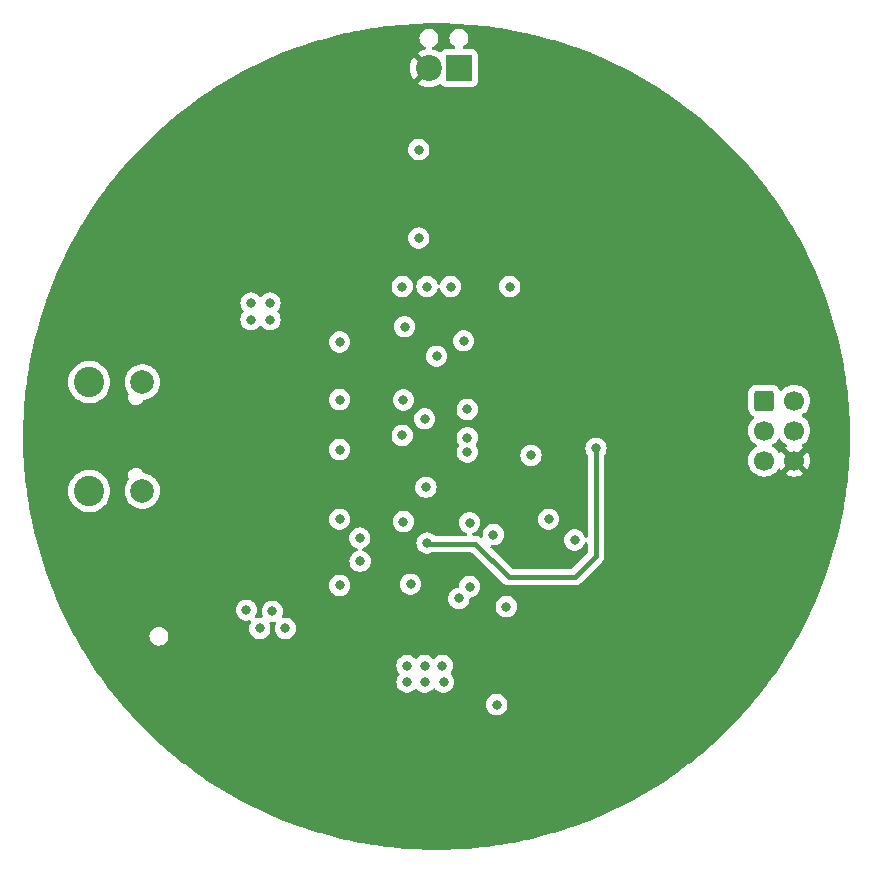
<source format=gbr>
%TF.GenerationSoftware,KiCad,Pcbnew,7.0.6-7.0.6~ubuntu20.04.1*%
%TF.CreationDate,2023-07-18T17:21:28-05:00*%
%TF.ProjectId,basic_microcontroller,62617369-635f-46d6-9963-726f636f6e74,rev?*%
%TF.SameCoordinates,Original*%
%TF.FileFunction,Copper,L2,Inr*%
%TF.FilePolarity,Positive*%
%FSLAX46Y46*%
G04 Gerber Fmt 4.6, Leading zero omitted, Abs format (unit mm)*
G04 Created by KiCad (PCBNEW 7.0.6-7.0.6~ubuntu20.04.1) date 2023-07-18 17:21:28*
%MOMM*%
%LPD*%
G01*
G04 APERTURE LIST*
G04 Aperture macros list*
%AMRoundRect*
0 Rectangle with rounded corners*
0 $1 Rounding radius*
0 $2 $3 $4 $5 $6 $7 $8 $9 X,Y pos of 4 corners*
0 Add a 4 corners polygon primitive as box body*
4,1,4,$2,$3,$4,$5,$6,$7,$8,$9,$2,$3,0*
0 Add four circle primitives for the rounded corners*
1,1,$1+$1,$2,$3*
1,1,$1+$1,$4,$5*
1,1,$1+$1,$6,$7*
1,1,$1+$1,$8,$9*
0 Add four rect primitives between the rounded corners*
20,1,$1+$1,$2,$3,$4,$5,0*
20,1,$1+$1,$4,$5,$6,$7,0*
20,1,$1+$1,$6,$7,$8,$9,0*
20,1,$1+$1,$8,$9,$2,$3,0*%
G04 Aperture macros list end*
%TA.AperFunction,ComponentPad*%
%ADD10R,2.200000X2.200000*%
%TD*%
%TA.AperFunction,ComponentPad*%
%ADD11C,2.200000*%
%TD*%
%TA.AperFunction,ComponentPad*%
%ADD12RoundRect,0.250000X-0.600000X-0.600000X0.600000X-0.600000X0.600000X0.600000X-0.600000X0.600000X0*%
%TD*%
%TA.AperFunction,ComponentPad*%
%ADD13C,1.700000*%
%TD*%
%TA.AperFunction,ComponentPad*%
%ADD14C,2.000000*%
%TD*%
%TA.AperFunction,ComponentPad*%
%ADD15C,2.565000*%
%TD*%
%TA.AperFunction,ViaPad*%
%ADD16C,0.800000*%
%TD*%
%TA.AperFunction,Conductor*%
%ADD17C,0.400000*%
%TD*%
G04 APERTURE END LIST*
D10*
%TO.N,Net-(J3-Pin_1)*%
%TO.C,J3*%
X151900000Y-68800000D03*
D11*
%TO.N,GND*%
X149360000Y-68800000D03*
%TD*%
D12*
%TO.N,/MISO*%
%TO.C,J2*%
X177747500Y-96955000D03*
D13*
%TO.N,+5V*%
X180287500Y-96955000D03*
%TO.N,/SCK*%
X177747500Y-99495000D03*
%TO.N,/MOSI*%
X180287500Y-99495000D03*
%TO.N,/RESET*%
X177747500Y-102035000D03*
%TO.N,GND*%
X180287500Y-102035000D03*
%TD*%
D14*
%TO.N,Net-(J1-SHIELD)*%
%TO.C,J1*%
X125100000Y-95390000D03*
D15*
X120600000Y-95390000D03*
D14*
X125100000Y-104610000D03*
D15*
X120600000Y-104610000D03*
%TD*%
D16*
%TO.N,+5V*%
X156200000Y-87300000D03*
%TO.N,GND*%
X138400000Y-75300000D03*
X131600000Y-96800000D03*
X136800000Y-123200000D03*
X133000000Y-124900000D03*
X134900000Y-123200000D03*
X136800000Y-124900000D03*
X139900000Y-75300000D03*
X133000000Y-123200000D03*
X158000000Y-106100000D03*
X134900000Y-124900000D03*
X154400000Y-87300000D03*
X138400000Y-76700000D03*
X139900000Y-76700000D03*
%TO.N,Net-(U1-XTAL1)*%
X161700500Y-108749500D03*
X151900000Y-113700000D03*
%TO.N,Net-(U1-XTAL2)*%
X163500000Y-101000000D03*
X149200000Y-109024500D03*
%TO.N,+5V*%
X135900000Y-88700000D03*
X150600000Y-120800000D03*
X134300000Y-90100000D03*
X147500000Y-120800000D03*
X134300000Y-88700000D03*
X149000000Y-119400000D03*
X150500000Y-119400000D03*
X135900000Y-90100000D03*
X148500000Y-75700000D03*
X147500000Y-119400000D03*
X149000000Y-120800000D03*
%TO.N,/MISO*%
X136100000Y-114800000D03*
%TO.N,/SCK*%
X133900000Y-114700000D03*
%TO.N,/MOSI*%
X135037590Y-116249500D03*
%TO.N,/RESET*%
X137200000Y-116249500D03*
%TO.N,/LED_ROW1*%
X149200000Y-87300000D03*
%TO.N,/LED_ROW2*%
X150000000Y-93200000D03*
%TO.N,/LED_ROW3*%
X149000000Y-98500000D03*
%TO.N,/LED_ROW4*%
X149100000Y-104300000D03*
X152600000Y-100100000D03*
%TO.N,/LED_ROW5*%
X143537147Y-110562147D03*
X151200000Y-87300000D03*
%TO.N,/LED_COL1*%
X159500000Y-107000000D03*
%TO.N,/LED_COL2*%
X152800000Y-107300000D03*
X152300000Y-91900000D03*
X152600000Y-101300000D03*
X152800000Y-112700000D03*
X152600000Y-97700000D03*
%TO.N,/LED_COL3*%
X147100000Y-99900000D03*
X147200000Y-96900000D03*
X147200000Y-107200000D03*
X147300000Y-90700000D03*
X147800000Y-112500000D03*
%TO.N,/LED_COL4*%
X141800000Y-96875500D03*
X141800000Y-107000000D03*
X154800000Y-108300000D03*
X141800000Y-92000000D03*
X141800000Y-101112299D03*
X141800000Y-112600000D03*
%TO.N,/LED_COL5*%
X158000000Y-101600000D03*
%TO.N,/TRI_LED_B*%
X143500000Y-108600000D03*
X148500000Y-83200000D03*
%TO.N,Net-(J3-Pin_1)*%
X147100000Y-87300000D03*
%TO.N,/SDA*%
X155100000Y-122700000D03*
X155900000Y-114400000D03*
%TD*%
D17*
%TO.N,Net-(U1-XTAL2)*%
X163500000Y-101000000D02*
X163500000Y-110100000D01*
X161700000Y-111900000D02*
X156100000Y-111900000D01*
X149275500Y-109100000D02*
X149200000Y-109024500D01*
X153300000Y-109100000D02*
X149275500Y-109100000D01*
X156100000Y-111900000D02*
X153300000Y-109100000D01*
X163500000Y-110100000D02*
X161700000Y-111900000D01*
%TD*%
%TA.AperFunction,Conductor*%
%TO.N,GND*%
G36*
X179102355Y-100161546D02*
G01*
X179119075Y-100180842D01*
X179249000Y-100366395D01*
X179249005Y-100366401D01*
X179416099Y-100533495D01*
X179565125Y-100637844D01*
X179602094Y-100663730D01*
X179645718Y-100718307D01*
X179652911Y-100787806D01*
X179621389Y-100850160D01*
X179602093Y-100866880D01*
X179526126Y-100920072D01*
X179526125Y-100920072D01*
X180154966Y-101548913D01*
X180145185Y-101550320D01*
X180014400Y-101610048D01*
X179905739Y-101704202D01*
X179828007Y-101825156D01*
X179804423Y-101905474D01*
X179172573Y-101273626D01*
X179119381Y-101349594D01*
X179064804Y-101393219D01*
X178995306Y-101400413D01*
X178932951Y-101368891D01*
X178916230Y-101349594D01*
X178785994Y-101163597D01*
X178618902Y-100996506D01*
X178618901Y-100996505D01*
X178497246Y-100911321D01*
X178433341Y-100866574D01*
X178389716Y-100811997D01*
X178382524Y-100742498D01*
X178414046Y-100680144D01*
X178433336Y-100663428D01*
X178618901Y-100533495D01*
X178785995Y-100366401D01*
X178915924Y-100180842D01*
X178970502Y-100137217D01*
X179040000Y-100130023D01*
X179102355Y-100161546D01*
G37*
%TD.AperFunction*%
%TA.AperFunction,Conductor*%
G36*
X150709233Y-65009483D02*
G01*
X151654605Y-65041431D01*
X151890573Y-65053398D01*
X152834386Y-65117260D01*
X153069766Y-65137185D01*
X154010871Y-65232886D01*
X154245499Y-65260757D01*
X155182790Y-65388182D01*
X155416380Y-65423966D01*
X156348811Y-65582972D01*
X156348829Y-65582975D01*
X156581081Y-65626630D01*
X157507578Y-65817029D01*
X157738279Y-65868515D01*
X157872477Y-65900853D01*
X158657828Y-66090100D01*
X158886613Y-66149337D01*
X159798152Y-66401853D01*
X160024811Y-66468784D01*
X160927354Y-66751959D01*
X161151550Y-66826483D01*
X162044023Y-67139982D01*
X162265610Y-67222049D01*
X163146984Y-67565510D01*
X163212966Y-67592516D01*
X163365667Y-67655013D01*
X164234920Y-68028039D01*
X164450444Y-68124870D01*
X165306617Y-68527047D01*
X165518771Y-68631114D01*
X166360821Y-69061952D01*
X166569429Y-69173173D01*
X167396396Y-69632178D01*
X167601103Y-69750365D01*
X168412082Y-70237029D01*
X168412109Y-70237045D01*
X168583376Y-70343797D01*
X168612730Y-70362093D01*
X169406810Y-70875870D01*
X169603117Y-71007638D01*
X170303401Y-71495051D01*
X170379399Y-71547947D01*
X170571103Y-71686241D01*
X171328744Y-72252498D01*
X171515618Y-72397149D01*
X171904713Y-72708980D01*
X172253652Y-72988629D01*
X172253695Y-72988663D01*
X172435634Y-73139591D01*
X173153295Y-73755683D01*
X173276376Y-73865009D01*
X173330001Y-73912641D01*
X173691252Y-74244603D01*
X174026433Y-74552609D01*
X174026464Y-74552637D01*
X174197787Y-74715492D01*
X174872236Y-75378646D01*
X175037919Y-75547151D01*
X175689122Y-76232216D01*
X175689615Y-76232734D01*
X175849506Y-76406733D01*
X176477675Y-77113935D01*
X176631608Y-77293245D01*
X177235506Y-78021227D01*
X177383334Y-78205683D01*
X177962290Y-78953632D01*
X178103784Y-79142948D01*
X178657178Y-79910068D01*
X178792163Y-80104005D01*
X179319346Y-80889395D01*
X179447714Y-81087797D01*
X179948052Y-81890515D01*
X180069668Y-82093178D01*
X180542602Y-82912324D01*
X180657295Y-83118961D01*
X181102284Y-83953594D01*
X181209962Y-84164044D01*
X181626510Y-85013237D01*
X181726984Y-85227129D01*
X182114624Y-86089926D01*
X182207837Y-86307139D01*
X182566101Y-87182502D01*
X182651924Y-87402734D01*
X182980425Y-88289713D01*
X183058416Y-88511740D01*
X183058758Y-88512712D01*
X183357115Y-89410283D01*
X183427869Y-89635793D01*
X183695739Y-90542918D01*
X183758845Y-90770719D01*
X183981772Y-91631716D01*
X183995918Y-91686349D01*
X184051298Y-91916170D01*
X184257309Y-92839278D01*
X184304894Y-93070825D01*
X184479614Y-94000383D01*
X184519349Y-94233392D01*
X184662577Y-95168335D01*
X184694416Y-95402531D01*
X184805987Y-96341791D01*
X184829899Y-96576934D01*
X184909681Y-97519403D01*
X184925640Y-97755249D01*
X184973547Y-98699908D01*
X184981527Y-98936065D01*
X184999500Y-100000000D01*
X184981527Y-101063934D01*
X184973547Y-101300091D01*
X184925640Y-102244750D01*
X184909681Y-102480596D01*
X184829899Y-103423065D01*
X184805987Y-103658208D01*
X184694416Y-104597468D01*
X184662577Y-104831664D01*
X184519349Y-105766607D01*
X184479614Y-105999616D01*
X184304894Y-106929174D01*
X184257309Y-107160721D01*
X184051298Y-108083829D01*
X183995918Y-108313650D01*
X183758845Y-109229280D01*
X183695739Y-109457081D01*
X183427869Y-110364206D01*
X183357115Y-110589716D01*
X183058758Y-111487287D01*
X182980425Y-111710286D01*
X182651924Y-112597265D01*
X182566101Y-112817497D01*
X182207837Y-113692860D01*
X182114624Y-113910073D01*
X181726984Y-114772870D01*
X181626510Y-114986762D01*
X181209962Y-115835955D01*
X181102284Y-116046405D01*
X180657295Y-116881038D01*
X180542602Y-117087675D01*
X180069668Y-117906821D01*
X179948052Y-118109484D01*
X179447714Y-118912202D01*
X179319346Y-119110604D01*
X178792163Y-119895994D01*
X178657178Y-120089931D01*
X178103784Y-120857051D01*
X177962290Y-121046367D01*
X177383334Y-121794316D01*
X177235506Y-121978772D01*
X176631608Y-122706754D01*
X176477675Y-122886064D01*
X175849506Y-123593266D01*
X175689615Y-123767265D01*
X175037919Y-124452848D01*
X174872236Y-124621353D01*
X174197770Y-125284524D01*
X174026476Y-125447351D01*
X173330001Y-126087358D01*
X173153302Y-126244311D01*
X172435634Y-126860408D01*
X172253695Y-127011336D01*
X171515618Y-127602850D01*
X171328744Y-127747501D01*
X170571103Y-128313758D01*
X170379399Y-128452052D01*
X169603119Y-128992360D01*
X169406810Y-129124129D01*
X168612730Y-129637906D01*
X168412112Y-129762952D01*
X167601103Y-130249634D01*
X167396396Y-130367821D01*
X166569429Y-130826826D01*
X166360809Y-130938053D01*
X165518805Y-131368868D01*
X165306586Y-131472966D01*
X164450469Y-131875118D01*
X164234914Y-131971963D01*
X163365667Y-132344986D01*
X163146960Y-132434498D01*
X162265632Y-132777942D01*
X162044002Y-132860025D01*
X161151573Y-133173508D01*
X160927325Y-133248049D01*
X160024816Y-133531213D01*
X159798150Y-133598147D01*
X158886614Y-133850661D01*
X158657814Y-133909902D01*
X157738279Y-134131484D01*
X157507578Y-134182970D01*
X156581081Y-134373369D01*
X156348829Y-134417024D01*
X155416415Y-134576027D01*
X155288041Y-134595693D01*
X155182792Y-134611817D01*
X154245527Y-134739239D01*
X154010856Y-134767114D01*
X153069821Y-134862808D01*
X152834328Y-134882743D01*
X151890612Y-134946599D01*
X151654575Y-134958569D01*
X150709253Y-134990515D01*
X150472931Y-134994508D01*
X149527069Y-134994508D01*
X149521864Y-134994420D01*
X149290746Y-134990515D01*
X148345424Y-134958569D01*
X148109387Y-134946599D01*
X147165671Y-134882743D01*
X146930178Y-134862808D01*
X145989143Y-134767114D01*
X145779499Y-134742211D01*
X145754467Y-134739238D01*
X144817207Y-134611817D01*
X144755731Y-134602399D01*
X144583607Y-134576031D01*
X144179159Y-134507061D01*
X143651170Y-134417024D01*
X143418918Y-134373369D01*
X142492421Y-134182970D01*
X142261720Y-134131484D01*
X141342185Y-133909902D01*
X141113385Y-133850661D01*
X140201864Y-133598151D01*
X140116112Y-133572829D01*
X139975183Y-133531213D01*
X139072674Y-133248049D01*
X138848426Y-133173508D01*
X137955997Y-132860025D01*
X137734367Y-132777942D01*
X136853039Y-132434498D01*
X136634332Y-132344986D01*
X135765085Y-131971963D01*
X135549530Y-131875118D01*
X134693413Y-131472966D01*
X134481194Y-131368868D01*
X133639190Y-130938053D01*
X133430570Y-130826826D01*
X132603603Y-130367821D01*
X132398896Y-130249634D01*
X131587887Y-129762952D01*
X131387269Y-129637906D01*
X130593189Y-129124129D01*
X130396880Y-128992360D01*
X129620600Y-128452052D01*
X129428896Y-128313758D01*
X128671255Y-127747501D01*
X128484381Y-127602850D01*
X127746304Y-127011336D01*
X127564365Y-126860408D01*
X127343367Y-126670687D01*
X126846693Y-126244307D01*
X126740984Y-126150412D01*
X126669998Y-126087358D01*
X125973523Y-125447351D01*
X125802212Y-125284507D01*
X125127763Y-124621353D01*
X124962080Y-124452848D01*
X124310384Y-123767265D01*
X124150493Y-123593266D01*
X123522324Y-122886064D01*
X123368391Y-122706754D01*
X123362788Y-122700000D01*
X154194540Y-122700000D01*
X154214326Y-122888256D01*
X154214327Y-122888259D01*
X154272818Y-123068277D01*
X154272821Y-123068284D01*
X154367467Y-123232216D01*
X154494129Y-123372887D01*
X154494129Y-123372888D01*
X154647265Y-123484148D01*
X154647270Y-123484151D01*
X154820192Y-123561142D01*
X154820197Y-123561144D01*
X155005354Y-123600500D01*
X155005355Y-123600500D01*
X155194644Y-123600500D01*
X155194646Y-123600500D01*
X155379803Y-123561144D01*
X155552730Y-123484151D01*
X155705871Y-123372888D01*
X155832533Y-123232216D01*
X155927179Y-123068284D01*
X155985674Y-122888256D01*
X156005460Y-122700000D01*
X155985674Y-122511744D01*
X155927179Y-122331716D01*
X155832533Y-122167784D01*
X155705871Y-122027112D01*
X155705870Y-122027111D01*
X155552734Y-121915851D01*
X155552729Y-121915848D01*
X155379807Y-121838857D01*
X155379802Y-121838855D01*
X155234000Y-121807865D01*
X155194646Y-121799500D01*
X155005354Y-121799500D01*
X154972897Y-121806398D01*
X154820197Y-121838855D01*
X154820192Y-121838857D01*
X154647270Y-121915848D01*
X154647265Y-121915851D01*
X154494129Y-122027111D01*
X154367466Y-122167785D01*
X154272821Y-122331715D01*
X154272818Y-122331722D01*
X154214327Y-122511740D01*
X154214326Y-122511744D01*
X154194540Y-122700000D01*
X123362788Y-122700000D01*
X122764493Y-121978772D01*
X122616665Y-121794316D01*
X122132080Y-121168284D01*
X122037701Y-121046356D01*
X121896209Y-120857043D01*
X121855059Y-120800000D01*
X146594540Y-120800000D01*
X146614326Y-120988256D01*
X146614327Y-120988259D01*
X146672818Y-121168277D01*
X146672821Y-121168284D01*
X146767467Y-121332216D01*
X146894128Y-121472887D01*
X146894129Y-121472888D01*
X147047265Y-121584148D01*
X147047270Y-121584151D01*
X147220192Y-121661142D01*
X147220197Y-121661144D01*
X147405354Y-121700500D01*
X147405355Y-121700500D01*
X147594644Y-121700500D01*
X147594646Y-121700500D01*
X147779803Y-121661144D01*
X147952730Y-121584151D01*
X148105871Y-121472888D01*
X148157851Y-121415158D01*
X148217336Y-121378510D01*
X148287193Y-121379840D01*
X148342148Y-121415158D01*
X148394129Y-121472887D01*
X148394129Y-121472888D01*
X148547265Y-121584148D01*
X148547270Y-121584151D01*
X148720192Y-121661142D01*
X148720197Y-121661144D01*
X148905354Y-121700500D01*
X148905355Y-121700500D01*
X149094644Y-121700500D01*
X149094646Y-121700500D01*
X149279803Y-121661144D01*
X149452730Y-121584151D01*
X149605871Y-121472888D01*
X149707850Y-121359628D01*
X149767337Y-121322980D01*
X149837194Y-121324311D01*
X149892149Y-121359628D01*
X149994129Y-121472888D01*
X150147265Y-121584148D01*
X150147270Y-121584151D01*
X150320192Y-121661142D01*
X150320197Y-121661144D01*
X150505354Y-121700500D01*
X150505355Y-121700500D01*
X150694644Y-121700500D01*
X150694646Y-121700500D01*
X150879803Y-121661144D01*
X151052730Y-121584151D01*
X151205871Y-121472888D01*
X151332533Y-121332216D01*
X151427179Y-121168284D01*
X151485674Y-120988256D01*
X151505460Y-120800000D01*
X151485674Y-120611744D01*
X151427179Y-120431716D01*
X151332533Y-120267784D01*
X151206166Y-120127440D01*
X151175937Y-120064450D01*
X151184562Y-119995115D01*
X151206167Y-119961497D01*
X151232533Y-119932216D01*
X151327179Y-119768284D01*
X151385674Y-119588256D01*
X151405460Y-119400000D01*
X151385674Y-119211744D01*
X151327179Y-119031716D01*
X151232533Y-118867784D01*
X151105871Y-118727112D01*
X151105867Y-118727109D01*
X150952734Y-118615851D01*
X150952729Y-118615848D01*
X150779807Y-118538857D01*
X150779802Y-118538855D01*
X150634000Y-118507865D01*
X150594646Y-118499500D01*
X150405354Y-118499500D01*
X150372897Y-118506398D01*
X150220197Y-118538855D01*
X150220192Y-118538857D01*
X150047270Y-118615848D01*
X150047265Y-118615851D01*
X149894129Y-118727111D01*
X149894128Y-118727112D01*
X149842149Y-118784840D01*
X149782662Y-118821488D01*
X149712805Y-118820157D01*
X149657851Y-118784840D01*
X149605871Y-118727112D01*
X149605870Y-118727111D01*
X149452734Y-118615851D01*
X149452729Y-118615848D01*
X149279807Y-118538857D01*
X149279802Y-118538855D01*
X149134000Y-118507865D01*
X149094646Y-118499500D01*
X148905354Y-118499500D01*
X148872897Y-118506398D01*
X148720197Y-118538855D01*
X148720192Y-118538857D01*
X148547270Y-118615848D01*
X148547265Y-118615851D01*
X148394132Y-118727109D01*
X148394129Y-118727111D01*
X148394129Y-118727112D01*
X148342148Y-118784841D01*
X148282663Y-118821489D01*
X148212806Y-118820158D01*
X148157851Y-118784841D01*
X148105871Y-118727112D01*
X148105867Y-118727109D01*
X147952734Y-118615851D01*
X147952729Y-118615848D01*
X147779807Y-118538857D01*
X147779802Y-118538855D01*
X147634001Y-118507865D01*
X147594646Y-118499500D01*
X147405354Y-118499500D01*
X147372897Y-118506398D01*
X147220197Y-118538855D01*
X147220192Y-118538857D01*
X147047270Y-118615848D01*
X147047265Y-118615851D01*
X146894129Y-118727111D01*
X146767466Y-118867785D01*
X146672821Y-119031715D01*
X146672818Y-119031722D01*
X146614327Y-119211740D01*
X146614326Y-119211744D01*
X146594540Y-119400000D01*
X146614326Y-119588256D01*
X146614327Y-119588259D01*
X146672818Y-119768277D01*
X146672821Y-119768284D01*
X146767467Y-119932216D01*
X146843833Y-120017029D01*
X146874062Y-120080018D01*
X146865437Y-120149353D01*
X146843832Y-120182971D01*
X146767466Y-120267784D01*
X146672821Y-120431715D01*
X146672818Y-120431722D01*
X146614327Y-120611740D01*
X146614326Y-120611744D01*
X146594540Y-120800000D01*
X121855059Y-120800000D01*
X121471123Y-120267785D01*
X121342821Y-120089931D01*
X121207836Y-119895994D01*
X120680641Y-119110586D01*
X120629616Y-119031722D01*
X120552290Y-118912209D01*
X120051948Y-118109484D01*
X119930331Y-117906821D01*
X119457397Y-117087675D01*
X119365655Y-116922388D01*
X119353230Y-116900003D01*
X125694435Y-116900003D01*
X125714630Y-117079249D01*
X125714631Y-117079254D01*
X125774211Y-117249523D01*
X125870183Y-117402262D01*
X125870184Y-117402262D01*
X125997738Y-117529816D01*
X126150478Y-117625789D01*
X126320745Y-117685368D01*
X126320750Y-117685369D01*
X126411246Y-117695565D01*
X126455040Y-117700499D01*
X126455043Y-117700500D01*
X126455046Y-117700500D01*
X126544957Y-117700500D01*
X126544958Y-117700499D01*
X126612104Y-117692934D01*
X126679249Y-117685369D01*
X126679252Y-117685368D01*
X126679255Y-117685368D01*
X126849522Y-117625789D01*
X127002262Y-117529816D01*
X127129816Y-117402262D01*
X127225789Y-117249522D01*
X127285368Y-117079255D01*
X127285369Y-117079249D01*
X127305565Y-116900003D01*
X127305565Y-116899996D01*
X127285369Y-116720750D01*
X127285368Y-116720745D01*
X127225788Y-116550476D01*
X127129815Y-116397737D01*
X127002262Y-116270184D01*
X126849523Y-116174211D01*
X126679254Y-116114631D01*
X126679249Y-116114630D01*
X126544960Y-116099500D01*
X126544954Y-116099500D01*
X126455046Y-116099500D01*
X126455039Y-116099500D01*
X126320750Y-116114630D01*
X126320745Y-116114631D01*
X126150476Y-116174211D01*
X125997737Y-116270184D01*
X125870184Y-116397737D01*
X125774211Y-116550476D01*
X125714631Y-116720745D01*
X125714630Y-116720750D01*
X125694435Y-116899996D01*
X125694435Y-116900003D01*
X119353230Y-116900003D01*
X119342704Y-116881038D01*
X118897712Y-116046399D01*
X118790037Y-115835955D01*
X118731826Y-115717284D01*
X118373489Y-114986762D01*
X118273015Y-114772870D01*
X118270955Y-114768284D01*
X118240276Y-114700000D01*
X132994540Y-114700000D01*
X133014326Y-114888256D01*
X133014327Y-114888259D01*
X133072818Y-115068277D01*
X133072821Y-115068284D01*
X133167467Y-115232216D01*
X133257508Y-115332216D01*
X133294129Y-115372888D01*
X133447265Y-115484148D01*
X133447270Y-115484151D01*
X133620192Y-115561142D01*
X133620197Y-115561144D01*
X133805354Y-115600500D01*
X133805355Y-115600500D01*
X133994644Y-115600500D01*
X133994646Y-115600500D01*
X134152915Y-115566859D01*
X134222580Y-115572175D01*
X134278314Y-115614312D01*
X134302419Y-115679892D01*
X134287242Y-115748093D01*
X134286082Y-115750148D01*
X134236542Y-115835955D01*
X134214203Y-115874649D01*
X134210410Y-115881218D01*
X134210408Y-115881222D01*
X134151917Y-116061240D01*
X134151916Y-116061244D01*
X134132130Y-116249500D01*
X134151916Y-116437756D01*
X134151917Y-116437759D01*
X134210408Y-116617777D01*
X134210411Y-116617784D01*
X134305057Y-116781716D01*
X134431718Y-116922388D01*
X134431719Y-116922388D01*
X134584855Y-117033648D01*
X134584860Y-117033651D01*
X134757782Y-117110642D01*
X134757787Y-117110644D01*
X134942944Y-117150000D01*
X134942945Y-117150000D01*
X135132234Y-117150000D01*
X135132236Y-117150000D01*
X135317393Y-117110644D01*
X135490320Y-117033651D01*
X135643461Y-116922388D01*
X135770123Y-116781716D01*
X135864769Y-116617784D01*
X135923264Y-116437756D01*
X135943050Y-116249500D01*
X135923264Y-116061244D01*
X135864769Y-115881216D01*
X135864766Y-115881210D01*
X135862128Y-115875286D01*
X135863557Y-115874649D01*
X135848951Y-115814463D01*
X135871797Y-115748434D01*
X135926714Y-115705239D01*
X135996267Y-115698591D01*
X135998539Y-115699051D01*
X136005354Y-115700500D01*
X136005356Y-115700500D01*
X136194644Y-115700500D01*
X136194646Y-115700500D01*
X136244256Y-115689955D01*
X136313922Y-115695271D01*
X136369656Y-115737408D01*
X136393761Y-115802988D01*
X136378584Y-115871189D01*
X136377424Y-115873243D01*
X136372822Y-115881213D01*
X136372818Y-115881222D01*
X136314327Y-116061240D01*
X136314326Y-116061244D01*
X136294540Y-116249500D01*
X136314326Y-116437756D01*
X136314327Y-116437759D01*
X136372818Y-116617777D01*
X136372821Y-116617784D01*
X136467467Y-116781716D01*
X136594128Y-116922388D01*
X136594129Y-116922388D01*
X136747265Y-117033648D01*
X136747270Y-117033651D01*
X136920192Y-117110642D01*
X136920197Y-117110644D01*
X137105354Y-117150000D01*
X137105355Y-117150000D01*
X137294644Y-117150000D01*
X137294646Y-117150000D01*
X137479803Y-117110644D01*
X137652730Y-117033651D01*
X137805871Y-116922388D01*
X137932533Y-116781716D01*
X138027179Y-116617784D01*
X138085674Y-116437756D01*
X138105460Y-116249500D01*
X138085674Y-116061244D01*
X138027179Y-115881216D01*
X137932533Y-115717284D01*
X137805871Y-115576612D01*
X137799764Y-115572175D01*
X137652734Y-115465351D01*
X137652729Y-115465348D01*
X137479807Y-115388357D01*
X137479802Y-115388355D01*
X137319237Y-115354227D01*
X137294646Y-115349000D01*
X137105354Y-115349000D01*
X137070358Y-115356438D01*
X137055742Y-115359545D01*
X136986075Y-115354227D01*
X136930342Y-115312089D01*
X136906238Y-115246509D01*
X136921416Y-115178308D01*
X136922509Y-115176371D01*
X136927179Y-115168284D01*
X136985674Y-114988256D01*
X137005460Y-114800000D01*
X136985674Y-114611744D01*
X136927179Y-114431716D01*
X136832533Y-114267784D01*
X136705871Y-114127112D01*
X136705870Y-114127111D01*
X136552734Y-114015851D01*
X136552729Y-114015848D01*
X136379807Y-113938857D01*
X136379802Y-113938855D01*
X136234001Y-113907865D01*
X136194646Y-113899500D01*
X136005354Y-113899500D01*
X135972897Y-113906398D01*
X135820197Y-113938855D01*
X135820192Y-113938857D01*
X135647270Y-114015848D01*
X135647265Y-114015851D01*
X135494129Y-114127111D01*
X135367466Y-114267785D01*
X135272821Y-114431715D01*
X135272818Y-114431722D01*
X135217979Y-114600500D01*
X135214326Y-114611744D01*
X135194540Y-114800000D01*
X135214326Y-114988256D01*
X135214327Y-114988259D01*
X135272818Y-115168277D01*
X135275462Y-115174214D01*
X135274033Y-115174850D01*
X135288638Y-115235045D01*
X135265787Y-115301072D01*
X135210866Y-115344264D01*
X135141313Y-115350907D01*
X135139028Y-115350443D01*
X135132236Y-115349000D01*
X134942944Y-115349000D01*
X134942942Y-115349000D01*
X134784675Y-115382640D01*
X134715008Y-115377324D01*
X134659275Y-115335186D01*
X134635170Y-115269606D01*
X134650347Y-115201405D01*
X134651508Y-115199350D01*
X134660285Y-115184148D01*
X134727179Y-115068284D01*
X134785674Y-114888256D01*
X134805460Y-114700000D01*
X134785674Y-114511744D01*
X134727179Y-114331716D01*
X134632533Y-114167784D01*
X134505871Y-114027112D01*
X134490369Y-114015849D01*
X134352734Y-113915851D01*
X134352729Y-113915848D01*
X134179807Y-113838857D01*
X134179802Y-113838855D01*
X134034000Y-113807865D01*
X133994646Y-113799500D01*
X133805354Y-113799500D01*
X133772897Y-113806398D01*
X133620197Y-113838855D01*
X133620192Y-113838857D01*
X133447270Y-113915848D01*
X133447265Y-113915851D01*
X133294129Y-114027111D01*
X133167466Y-114167785D01*
X133072821Y-114331715D01*
X133072818Y-114331722D01*
X133014327Y-114511740D01*
X133014326Y-114511744D01*
X132994540Y-114700000D01*
X118240276Y-114700000D01*
X117885365Y-113910051D01*
X117795226Y-113700000D01*
X150994540Y-113700000D01*
X151014326Y-113888256D01*
X151014327Y-113888259D01*
X151072818Y-114068277D01*
X151072821Y-114068284D01*
X151167467Y-114232216D01*
X151257063Y-114331722D01*
X151294129Y-114372888D01*
X151447265Y-114484148D01*
X151447270Y-114484151D01*
X151620192Y-114561142D01*
X151620197Y-114561144D01*
X151805354Y-114600500D01*
X151805355Y-114600500D01*
X151994644Y-114600500D01*
X151994646Y-114600500D01*
X152179803Y-114561144D01*
X152352730Y-114484151D01*
X152468554Y-114400000D01*
X154994540Y-114400000D01*
X155014326Y-114588256D01*
X155014327Y-114588259D01*
X155072818Y-114768277D01*
X155072821Y-114768284D01*
X155167467Y-114932216D01*
X155289977Y-115068277D01*
X155294129Y-115072888D01*
X155447265Y-115184148D01*
X155447270Y-115184151D01*
X155620192Y-115261142D01*
X155620197Y-115261144D01*
X155805354Y-115300500D01*
X155805355Y-115300500D01*
X155994644Y-115300500D01*
X155994646Y-115300500D01*
X156179803Y-115261144D01*
X156352730Y-115184151D01*
X156505871Y-115072888D01*
X156632533Y-114932216D01*
X156727179Y-114768284D01*
X156785674Y-114588256D01*
X156805460Y-114400000D01*
X156785674Y-114211744D01*
X156727179Y-114031716D01*
X156632533Y-113867784D01*
X156505871Y-113727112D01*
X156478484Y-113707214D01*
X156352734Y-113615851D01*
X156352729Y-113615848D01*
X156179807Y-113538857D01*
X156179802Y-113538855D01*
X156034001Y-113507865D01*
X155994646Y-113499500D01*
X155805354Y-113499500D01*
X155772897Y-113506398D01*
X155620197Y-113538855D01*
X155620192Y-113538857D01*
X155447270Y-113615848D01*
X155447265Y-113615851D01*
X155294129Y-113727111D01*
X155167466Y-113867785D01*
X155072821Y-114031715D01*
X155072818Y-114031722D01*
X155028609Y-114167785D01*
X155014326Y-114211744D01*
X154994540Y-114400000D01*
X152468554Y-114400000D01*
X152505871Y-114372888D01*
X152632533Y-114232216D01*
X152727179Y-114068284D01*
X152785674Y-113888256D01*
X152804702Y-113707211D01*
X152831285Y-113642599D01*
X152888583Y-113602614D01*
X152902234Y-113598886D01*
X153079803Y-113561144D01*
X153252730Y-113484151D01*
X153405871Y-113372888D01*
X153532533Y-113232216D01*
X153627179Y-113068284D01*
X153685674Y-112888256D01*
X153705460Y-112700000D01*
X153685674Y-112511744D01*
X153627179Y-112331716D01*
X153532533Y-112167784D01*
X153405871Y-112027112D01*
X153405870Y-112027111D01*
X153252734Y-111915851D01*
X153252729Y-111915848D01*
X153079807Y-111838857D01*
X153079802Y-111838855D01*
X152934001Y-111807865D01*
X152894646Y-111799500D01*
X152705354Y-111799500D01*
X152672897Y-111806398D01*
X152520197Y-111838855D01*
X152520192Y-111838857D01*
X152347270Y-111915848D01*
X152347265Y-111915851D01*
X152194129Y-112027111D01*
X152067466Y-112167785D01*
X151972821Y-112331715D01*
X151972818Y-112331722D01*
X151914327Y-112511740D01*
X151914326Y-112511744D01*
X151905338Y-112597265D01*
X151895298Y-112692786D01*
X151868713Y-112757400D01*
X151811416Y-112797385D01*
X151797758Y-112801114D01*
X151620197Y-112838855D01*
X151620192Y-112838857D01*
X151447270Y-112915848D01*
X151447265Y-112915851D01*
X151294129Y-113027111D01*
X151167466Y-113167785D01*
X151072821Y-113331715D01*
X151072818Y-113331722D01*
X151018304Y-113499500D01*
X151014326Y-113511744D01*
X150994540Y-113700000D01*
X117795226Y-113700000D01*
X117792162Y-113692860D01*
X117771591Y-113642599D01*
X117577262Y-113167784D01*
X117433898Y-112817497D01*
X117349336Y-112600500D01*
X117349141Y-112600000D01*
X140894540Y-112600000D01*
X140914326Y-112788256D01*
X140914327Y-112788259D01*
X140972818Y-112968277D01*
X140972821Y-112968284D01*
X141067467Y-113132216D01*
X141157506Y-113232214D01*
X141194129Y-113272888D01*
X141347265Y-113384148D01*
X141347270Y-113384151D01*
X141520192Y-113461142D01*
X141520197Y-113461144D01*
X141705354Y-113500500D01*
X141705355Y-113500500D01*
X141894644Y-113500500D01*
X141894646Y-113500500D01*
X142079803Y-113461144D01*
X142252730Y-113384151D01*
X142405871Y-113272888D01*
X142532533Y-113132216D01*
X142627179Y-112968284D01*
X142685674Y-112788256D01*
X142705460Y-112600000D01*
X142694950Y-112500000D01*
X146894540Y-112500000D01*
X146914326Y-112688256D01*
X146914327Y-112688259D01*
X146972818Y-112868277D01*
X146972821Y-112868284D01*
X147067467Y-113032216D01*
X147099937Y-113068277D01*
X147194129Y-113172888D01*
X147347265Y-113284148D01*
X147347270Y-113284151D01*
X147520192Y-113361142D01*
X147520197Y-113361144D01*
X147705354Y-113400500D01*
X147705355Y-113400500D01*
X147894644Y-113400500D01*
X147894646Y-113400500D01*
X148079803Y-113361144D01*
X148252730Y-113284151D01*
X148405871Y-113172888D01*
X148532533Y-113032216D01*
X148627179Y-112868284D01*
X148685674Y-112688256D01*
X148705460Y-112500000D01*
X148685674Y-112311744D01*
X148627179Y-112131716D01*
X148532533Y-111967784D01*
X148405871Y-111827112D01*
X148390369Y-111815849D01*
X148252734Y-111715851D01*
X148252729Y-111715848D01*
X148079807Y-111638857D01*
X148079802Y-111638855D01*
X147934000Y-111607865D01*
X147894646Y-111599500D01*
X147705354Y-111599500D01*
X147672897Y-111606398D01*
X147520197Y-111638855D01*
X147520192Y-111638857D01*
X147347270Y-111715848D01*
X147347265Y-111715851D01*
X147194129Y-111827111D01*
X147067466Y-111967785D01*
X146972821Y-112131715D01*
X146972818Y-112131722D01*
X146914327Y-112311740D01*
X146914326Y-112311744D01*
X146894540Y-112500000D01*
X142694950Y-112500000D01*
X142685674Y-112411744D01*
X142627179Y-112231716D01*
X142532533Y-112067784D01*
X142405871Y-111927112D01*
X142390369Y-111915849D01*
X142252734Y-111815851D01*
X142252729Y-111815848D01*
X142079807Y-111738857D01*
X142079802Y-111738855D01*
X141934000Y-111707865D01*
X141894646Y-111699500D01*
X141705354Y-111699500D01*
X141672897Y-111706398D01*
X141520197Y-111738855D01*
X141520192Y-111738857D01*
X141347270Y-111815848D01*
X141347265Y-111815851D01*
X141194129Y-111927111D01*
X141067466Y-112067785D01*
X140972821Y-112231715D01*
X140972818Y-112231722D01*
X140914327Y-112411740D01*
X140914326Y-112411744D01*
X140894540Y-112600000D01*
X117349141Y-112600000D01*
X117348081Y-112597280D01*
X117019560Y-111710247D01*
X116941228Y-111487247D01*
X116857391Y-111235035D01*
X116642879Y-110589701D01*
X116592123Y-110427930D01*
X116572128Y-110364200D01*
X116304253Y-109457057D01*
X116241164Y-109229316D01*
X116078223Y-108600000D01*
X142594540Y-108600000D01*
X142614326Y-108788256D01*
X142614327Y-108788259D01*
X142672818Y-108968277D01*
X142672821Y-108968284D01*
X142767467Y-109132216D01*
X142850338Y-109224253D01*
X142894129Y-109272888D01*
X143047265Y-109384148D01*
X143047270Y-109384151D01*
X143220197Y-109461144D01*
X143236692Y-109464650D01*
X143298173Y-109497840D01*
X143331951Y-109559003D01*
X143327300Y-109628717D01*
X143285696Y-109684851D01*
X143261349Y-109699219D01*
X143084414Y-109777997D01*
X143084412Y-109777998D01*
X142931276Y-109889258D01*
X142804613Y-110029932D01*
X142709968Y-110193862D01*
X142709965Y-110193869D01*
X142652757Y-110369939D01*
X142651473Y-110373891D01*
X142631687Y-110562147D01*
X142651473Y-110750403D01*
X142651474Y-110750406D01*
X142709965Y-110930424D01*
X142709968Y-110930431D01*
X142804614Y-111094363D01*
X142899280Y-111199500D01*
X142931276Y-111235035D01*
X143084412Y-111346295D01*
X143084417Y-111346298D01*
X143257339Y-111423289D01*
X143257344Y-111423291D01*
X143442501Y-111462647D01*
X143442502Y-111462647D01*
X143631791Y-111462647D01*
X143631793Y-111462647D01*
X143816950Y-111423291D01*
X143989877Y-111346298D01*
X144143018Y-111235035D01*
X144269680Y-111094363D01*
X144364326Y-110930431D01*
X144422821Y-110750403D01*
X144442607Y-110562147D01*
X144422821Y-110373891D01*
X144364326Y-110193863D01*
X144269680Y-110029931D01*
X144143018Y-109889259D01*
X144143017Y-109889258D01*
X143989881Y-109777998D01*
X143989876Y-109777995D01*
X143816954Y-109701004D01*
X143816950Y-109701003D01*
X143800452Y-109697496D01*
X143738970Y-109664303D01*
X143705194Y-109603139D01*
X143709848Y-109533425D01*
X143751453Y-109477293D01*
X143775798Y-109462927D01*
X143779807Y-109461142D01*
X143952730Y-109384151D01*
X144105871Y-109272888D01*
X144232533Y-109132216D01*
X144294723Y-109024500D01*
X148294540Y-109024500D01*
X148314326Y-109212756D01*
X148314327Y-109212759D01*
X148372818Y-109392777D01*
X148372821Y-109392784D01*
X148467467Y-109556716D01*
X148551461Y-109650000D01*
X148594129Y-109697388D01*
X148747265Y-109808648D01*
X148747270Y-109808651D01*
X148920192Y-109885642D01*
X148920197Y-109885644D01*
X149105354Y-109925000D01*
X149105355Y-109925000D01*
X149294644Y-109925000D01*
X149294646Y-109925000D01*
X149479803Y-109885644D01*
X149646957Y-109811221D01*
X149697394Y-109800500D01*
X152958481Y-109800500D01*
X153025520Y-109820185D01*
X153046162Y-109836819D01*
X155588399Y-112379056D01*
X155590935Y-112381750D01*
X155627610Y-112423148D01*
X155632070Y-112428182D01*
X155683106Y-112463410D01*
X155686122Y-112465630D01*
X155712490Y-112486287D01*
X155734943Y-112503878D01*
X155741845Y-112506984D01*
X155744182Y-112508036D01*
X155763733Y-112519063D01*
X155772070Y-112524818D01*
X155830058Y-112546809D01*
X155833496Y-112548234D01*
X155890068Y-112573695D01*
X155900042Y-112575522D01*
X155921656Y-112581548D01*
X155931127Y-112585140D01*
X155992673Y-112592613D01*
X155996370Y-112593175D01*
X156057394Y-112604358D01*
X156112377Y-112601031D01*
X156119303Y-112600613D01*
X156123048Y-112600500D01*
X161676952Y-112600500D01*
X161680697Y-112600613D01*
X161688042Y-112601057D01*
X161742606Y-112604358D01*
X161781311Y-112597265D01*
X161803621Y-112593177D01*
X161807325Y-112592613D01*
X161825170Y-112590446D01*
X161868872Y-112585140D01*
X161878335Y-112581550D01*
X161899961Y-112575522D01*
X161900893Y-112575351D01*
X161909932Y-112573695D01*
X161966512Y-112548229D01*
X161969942Y-112546809D01*
X162027930Y-112524818D01*
X162036266Y-112519062D01*
X162055821Y-112508034D01*
X162065057Y-112503878D01*
X162113896Y-112465613D01*
X162116876Y-112463421D01*
X162167929Y-112428183D01*
X162209065Y-112381748D01*
X162211599Y-112379056D01*
X163979056Y-110611599D01*
X163981748Y-110609065D01*
X164028183Y-110567929D01*
X164063427Y-110516866D01*
X164065617Y-110513890D01*
X164103877Y-110465057D01*
X164108029Y-110455828D01*
X164119062Y-110436268D01*
X164119419Y-110435750D01*
X164124818Y-110427930D01*
X164146812Y-110369933D01*
X164148231Y-110366505D01*
X164173694Y-110309932D01*
X164175520Y-110299965D01*
X164181548Y-110278340D01*
X164185140Y-110268872D01*
X164192615Y-110207309D01*
X164193179Y-110203605D01*
X164197456Y-110180258D01*
X164204357Y-110142606D01*
X164200613Y-110080707D01*
X164200500Y-110076963D01*
X164200500Y-102035000D01*
X176391841Y-102035000D01*
X176412436Y-102270403D01*
X176412438Y-102270413D01*
X176473594Y-102498655D01*
X176473596Y-102498659D01*
X176473597Y-102498663D01*
X176543934Y-102649500D01*
X176573465Y-102712830D01*
X176573467Y-102712834D01*
X176653408Y-102827000D01*
X176709005Y-102906401D01*
X176876099Y-103073495D01*
X176929529Y-103110907D01*
X177069665Y-103209032D01*
X177069667Y-103209033D01*
X177069670Y-103209035D01*
X177283837Y-103308903D01*
X177512092Y-103370063D01*
X177700418Y-103386539D01*
X177747499Y-103390659D01*
X177747500Y-103390659D01*
X177747501Y-103390659D01*
X177786734Y-103387226D01*
X177982908Y-103370063D01*
X178211163Y-103308903D01*
X178425330Y-103209035D01*
X178618901Y-103073495D01*
X178785995Y-102906401D01*
X178916232Y-102720403D01*
X178970807Y-102676780D01*
X179040305Y-102669586D01*
X179102660Y-102701109D01*
X179119380Y-102720405D01*
X179172573Y-102796373D01*
X179804423Y-102164523D01*
X179828007Y-102244844D01*
X179905739Y-102365798D01*
X180014400Y-102459952D01*
X180145185Y-102519680D01*
X180154966Y-102521086D01*
X179526125Y-103149925D01*
X179609921Y-103208599D01*
X179824007Y-103308429D01*
X179824016Y-103308433D01*
X180052173Y-103369567D01*
X180052184Y-103369569D01*
X180287498Y-103390157D01*
X180287502Y-103390157D01*
X180522815Y-103369569D01*
X180522826Y-103369567D01*
X180750983Y-103308433D01*
X180750992Y-103308429D01*
X180965078Y-103208600D01*
X180965082Y-103208598D01*
X181048873Y-103149926D01*
X181048873Y-103149925D01*
X180420033Y-102521086D01*
X180429815Y-102519680D01*
X180560600Y-102459952D01*
X180669261Y-102365798D01*
X180746993Y-102244844D01*
X180770576Y-102164524D01*
X181402425Y-102796373D01*
X181402426Y-102796373D01*
X181461098Y-102712582D01*
X181461100Y-102712578D01*
X181560929Y-102498492D01*
X181560933Y-102498483D01*
X181622067Y-102270326D01*
X181622069Y-102270315D01*
X181642657Y-102035001D01*
X181642657Y-102034998D01*
X181622069Y-101799684D01*
X181622067Y-101799673D01*
X181560933Y-101571516D01*
X181560929Y-101571507D01*
X181461100Y-101357423D01*
X181461099Y-101357421D01*
X181402425Y-101273626D01*
X181402425Y-101273625D01*
X180770576Y-101905475D01*
X180746993Y-101825156D01*
X180669261Y-101704202D01*
X180560600Y-101610048D01*
X180429815Y-101550320D01*
X180420031Y-101548913D01*
X181048873Y-100920073D01*
X181048873Y-100920072D01*
X180972905Y-100866880D01*
X180929280Y-100812304D01*
X180922086Y-100742805D01*
X180953608Y-100680451D01*
X180972899Y-100663734D01*
X181158901Y-100533495D01*
X181325995Y-100366401D01*
X181461535Y-100172830D01*
X181561403Y-99958663D01*
X181622563Y-99730408D01*
X181643159Y-99495000D01*
X181622563Y-99259592D01*
X181563418Y-99038856D01*
X181561405Y-99031344D01*
X181561404Y-99031343D01*
X181561403Y-99031337D01*
X181461535Y-98817171D01*
X181455925Y-98809158D01*
X181325994Y-98623597D01*
X181158902Y-98456506D01*
X181158896Y-98456501D01*
X180973342Y-98326575D01*
X180929717Y-98271998D01*
X180922523Y-98202500D01*
X180954046Y-98140145D01*
X180973342Y-98123425D01*
X181115825Y-98023657D01*
X181158901Y-97993495D01*
X181325995Y-97826401D01*
X181461535Y-97632830D01*
X181561403Y-97418663D01*
X181622563Y-97190408D01*
X181643159Y-96955000D01*
X181622563Y-96719592D01*
X181565658Y-96507216D01*
X181561405Y-96491344D01*
X181561404Y-96491343D01*
X181561403Y-96491337D01*
X181461535Y-96277171D01*
X181426484Y-96227112D01*
X181325994Y-96083597D01*
X181158902Y-95916506D01*
X181158895Y-95916501D01*
X180965334Y-95780967D01*
X180965330Y-95780965D01*
X180925277Y-95762288D01*
X180751163Y-95681097D01*
X180751159Y-95681096D01*
X180751155Y-95681094D01*
X180522913Y-95619938D01*
X180522903Y-95619936D01*
X180287501Y-95599341D01*
X180287499Y-95599341D01*
X180052096Y-95619936D01*
X180052086Y-95619938D01*
X179823844Y-95681094D01*
X179823835Y-95681098D01*
X179609671Y-95780964D01*
X179609669Y-95780965D01*
X179416097Y-95916505D01*
X179249003Y-96083599D01*
X179247849Y-96084975D01*
X179247188Y-96085414D01*
X179245176Y-96087427D01*
X179244771Y-96087022D01*
X179189673Y-96123671D01*
X179119812Y-96124772D01*
X179060446Y-96087928D01*
X179035163Y-96044265D01*
X179032314Y-96035666D01*
X178940212Y-95886344D01*
X178816156Y-95762288D01*
X178723388Y-95705068D01*
X178666836Y-95670187D01*
X178666831Y-95670185D01*
X178625466Y-95656478D01*
X178500297Y-95615001D01*
X178500295Y-95615000D01*
X178397510Y-95604500D01*
X177097498Y-95604500D01*
X177097481Y-95604501D01*
X176994703Y-95615000D01*
X176994700Y-95615001D01*
X176828168Y-95670185D01*
X176828163Y-95670187D01*
X176678842Y-95762289D01*
X176554789Y-95886342D01*
X176462687Y-96035663D01*
X176462685Y-96035668D01*
X176446201Y-96085414D01*
X176407501Y-96202203D01*
X176407501Y-96202204D01*
X176407500Y-96202204D01*
X176397000Y-96304983D01*
X176397000Y-97605001D01*
X176397001Y-97605018D01*
X176407500Y-97707796D01*
X176407501Y-97707799D01*
X176446803Y-97826402D01*
X176462686Y-97874334D01*
X176554788Y-98023656D01*
X176678844Y-98147712D01*
X176828166Y-98239814D01*
X176836764Y-98242663D01*
X176894207Y-98282433D01*
X176921031Y-98346948D01*
X176908717Y-98415724D01*
X176879734Y-98452483D01*
X176879927Y-98452676D01*
X176878298Y-98454304D01*
X176877475Y-98455349D01*
X176876099Y-98456503D01*
X176709005Y-98623597D01*
X176573465Y-98817169D01*
X176573464Y-98817171D01*
X176473598Y-99031335D01*
X176473594Y-99031344D01*
X176412438Y-99259586D01*
X176412436Y-99259596D01*
X176391841Y-99494999D01*
X176391841Y-99495000D01*
X176412436Y-99730403D01*
X176412438Y-99730413D01*
X176473594Y-99958655D01*
X176473596Y-99958659D01*
X176473597Y-99958663D01*
X176534029Y-100088259D01*
X176573465Y-100172830D01*
X176573467Y-100172834D01*
X176654287Y-100288256D01*
X176709001Y-100366396D01*
X176709006Y-100366402D01*
X176876097Y-100533493D01*
X176876103Y-100533498D01*
X177061658Y-100663425D01*
X177105283Y-100718002D01*
X177112477Y-100787500D01*
X177080954Y-100849855D01*
X177061658Y-100866575D01*
X176876097Y-100996505D01*
X176709005Y-101163597D01*
X176573465Y-101357169D01*
X176573464Y-101357171D01*
X176473598Y-101571335D01*
X176473594Y-101571344D01*
X176412438Y-101799586D01*
X176412436Y-101799596D01*
X176391841Y-102034999D01*
X176391841Y-102035000D01*
X164200500Y-102035000D01*
X164200500Y-101615391D01*
X164220185Y-101548352D01*
X164232352Y-101532417D01*
X164232533Y-101532216D01*
X164327179Y-101368284D01*
X164385674Y-101188256D01*
X164405460Y-101000000D01*
X164385674Y-100811744D01*
X164329651Y-100639323D01*
X164327181Y-100631722D01*
X164327180Y-100631721D01*
X164327179Y-100631716D01*
X164232533Y-100467784D01*
X164105871Y-100327112D01*
X164105870Y-100327111D01*
X163952734Y-100215851D01*
X163952729Y-100215848D01*
X163779807Y-100138857D01*
X163779802Y-100138855D01*
X163634001Y-100107865D01*
X163594646Y-100099500D01*
X163405354Y-100099500D01*
X163372897Y-100106398D01*
X163220197Y-100138855D01*
X163220192Y-100138857D01*
X163047270Y-100215848D01*
X163047265Y-100215851D01*
X162894129Y-100327111D01*
X162767466Y-100467785D01*
X162672821Y-100631715D01*
X162672818Y-100631722D01*
X162622203Y-100787500D01*
X162614326Y-100811744D01*
X162594540Y-101000000D01*
X162614326Y-101188256D01*
X162614327Y-101188259D01*
X162672818Y-101368277D01*
X162672821Y-101368284D01*
X162767466Y-101532215D01*
X162767648Y-101532417D01*
X162767716Y-101532559D01*
X162771285Y-101537471D01*
X162770386Y-101538123D01*
X162797879Y-101595408D01*
X162799500Y-101615391D01*
X162799500Y-108434888D01*
X162779815Y-108501927D01*
X162727011Y-108547682D01*
X162657853Y-108557626D01*
X162594297Y-108528601D01*
X162557569Y-108473206D01*
X162527681Y-108381222D01*
X162527680Y-108381221D01*
X162527679Y-108381216D01*
X162433033Y-108217284D01*
X162306371Y-108076612D01*
X162294222Y-108067785D01*
X162153234Y-107965351D01*
X162153229Y-107965348D01*
X161980307Y-107888357D01*
X161980302Y-107888355D01*
X161834500Y-107857365D01*
X161795146Y-107849000D01*
X161605854Y-107849000D01*
X161573397Y-107855898D01*
X161420697Y-107888355D01*
X161420692Y-107888357D01*
X161247770Y-107965348D01*
X161247765Y-107965351D01*
X161094629Y-108076611D01*
X160967966Y-108217285D01*
X160873321Y-108381215D01*
X160873318Y-108381222D01*
X160814827Y-108561240D01*
X160814826Y-108561244D01*
X160795040Y-108749500D01*
X160814826Y-108937756D01*
X160814827Y-108937759D01*
X160873318Y-109117777D01*
X160873321Y-109117784D01*
X160967967Y-109281716D01*
X161084556Y-109411201D01*
X161094629Y-109422388D01*
X161247765Y-109533648D01*
X161247770Y-109533651D01*
X161420692Y-109610642D01*
X161420697Y-109610644D01*
X161605854Y-109650000D01*
X161605855Y-109650000D01*
X161795144Y-109650000D01*
X161795146Y-109650000D01*
X161980303Y-109610644D01*
X162153230Y-109533651D01*
X162306371Y-109422388D01*
X162433033Y-109281716D01*
X162527679Y-109117784D01*
X162557568Y-109025793D01*
X162597006Y-108968117D01*
X162661365Y-108940919D01*
X162730211Y-108952834D01*
X162781687Y-109000078D01*
X162799500Y-109064111D01*
X162799500Y-109758481D01*
X162779815Y-109825520D01*
X162763181Y-109846162D01*
X161446162Y-111163181D01*
X161384839Y-111196666D01*
X161358481Y-111199500D01*
X156441519Y-111199500D01*
X156374480Y-111179815D01*
X156353838Y-111163181D01*
X154601858Y-109411201D01*
X154568373Y-109349878D01*
X154573357Y-109280186D01*
X154615229Y-109224253D01*
X154680693Y-109199836D01*
X154702512Y-109200200D01*
X154705344Y-109200497D01*
X154705354Y-109200500D01*
X154705364Y-109200500D01*
X154894644Y-109200500D01*
X154894646Y-109200500D01*
X155079803Y-109161144D01*
X155252730Y-109084151D01*
X155405871Y-108972888D01*
X155532533Y-108832216D01*
X155627179Y-108668284D01*
X155685674Y-108488256D01*
X155705460Y-108300000D01*
X155685674Y-108111744D01*
X155627179Y-107931716D01*
X155532533Y-107767784D01*
X155405871Y-107627112D01*
X155405870Y-107627111D01*
X155252734Y-107515851D01*
X155252729Y-107515848D01*
X155079807Y-107438857D01*
X155079802Y-107438855D01*
X154934001Y-107407865D01*
X154894646Y-107399500D01*
X154705354Y-107399500D01*
X154672897Y-107406398D01*
X154520197Y-107438855D01*
X154520192Y-107438857D01*
X154347270Y-107515848D01*
X154347265Y-107515851D01*
X154194129Y-107627111D01*
X154067466Y-107767785D01*
X153972821Y-107931715D01*
X153972818Y-107931722D01*
X153917979Y-108100500D01*
X153914326Y-108111744D01*
X153900809Y-108240351D01*
X153894540Y-108300000D01*
X153907002Y-108418573D01*
X153894432Y-108487303D01*
X153846700Y-108538326D01*
X153778959Y-108555444D01*
X153712718Y-108533221D01*
X153707207Y-108529144D01*
X153665060Y-108496124D01*
X153665055Y-108496120D01*
X153655813Y-108491961D01*
X153636266Y-108480936D01*
X153627931Y-108475183D01*
X153627932Y-108475183D01*
X153627930Y-108475182D01*
X153569941Y-108453189D01*
X153566490Y-108451759D01*
X153509930Y-108426304D01*
X153499946Y-108424474D01*
X153478343Y-108418451D01*
X153468874Y-108414860D01*
X153468870Y-108414859D01*
X153407313Y-108407384D01*
X153403612Y-108406821D01*
X153342608Y-108395642D01*
X153342603Y-108395642D01*
X153280697Y-108399387D01*
X153276952Y-108399500D01*
X153127821Y-108399500D01*
X153060782Y-108379815D01*
X153015027Y-108327011D01*
X153005083Y-108257853D01*
X153034108Y-108194297D01*
X153077385Y-108162221D01*
X153190765Y-108111740D01*
X153252730Y-108084151D01*
X153405871Y-107972888D01*
X153532533Y-107832216D01*
X153627179Y-107668284D01*
X153685674Y-107488256D01*
X153705460Y-107300000D01*
X153685674Y-107111744D01*
X153649366Y-107000000D01*
X158594540Y-107000000D01*
X158614326Y-107188256D01*
X158614327Y-107188259D01*
X158672818Y-107368277D01*
X158672821Y-107368284D01*
X158767467Y-107532216D01*
X158799937Y-107568277D01*
X158894129Y-107672888D01*
X159047265Y-107784148D01*
X159047270Y-107784151D01*
X159220192Y-107861142D01*
X159220197Y-107861144D01*
X159405354Y-107900500D01*
X159405355Y-107900500D01*
X159594644Y-107900500D01*
X159594646Y-107900500D01*
X159779803Y-107861144D01*
X159952730Y-107784151D01*
X160105871Y-107672888D01*
X160232533Y-107532216D01*
X160327179Y-107368284D01*
X160385674Y-107188256D01*
X160405460Y-107000000D01*
X160385674Y-106811744D01*
X160327179Y-106631716D01*
X160232533Y-106467784D01*
X160105871Y-106327112D01*
X160105870Y-106327111D01*
X159952734Y-106215851D01*
X159952729Y-106215848D01*
X159779807Y-106138857D01*
X159779802Y-106138855D01*
X159634001Y-106107865D01*
X159594646Y-106099500D01*
X159405354Y-106099500D01*
X159372897Y-106106398D01*
X159220197Y-106138855D01*
X159220192Y-106138857D01*
X159047270Y-106215848D01*
X159047265Y-106215851D01*
X158894129Y-106327111D01*
X158767466Y-106467785D01*
X158672821Y-106631715D01*
X158672818Y-106631722D01*
X158628609Y-106767785D01*
X158614326Y-106811744D01*
X158594540Y-107000000D01*
X153649366Y-107000000D01*
X153627179Y-106931716D01*
X153532533Y-106767784D01*
X153405871Y-106627112D01*
X153405870Y-106627111D01*
X153252734Y-106515851D01*
X153252729Y-106515848D01*
X153079807Y-106438857D01*
X153079802Y-106438855D01*
X152934001Y-106407865D01*
X152894646Y-106399500D01*
X152705354Y-106399500D01*
X152672897Y-106406398D01*
X152520197Y-106438855D01*
X152520192Y-106438857D01*
X152347270Y-106515848D01*
X152347265Y-106515851D01*
X152194129Y-106627111D01*
X152067466Y-106767785D01*
X151972821Y-106931715D01*
X151972818Y-106931722D01*
X151914327Y-107111740D01*
X151914326Y-107111744D01*
X151894540Y-107300000D01*
X151914326Y-107488256D01*
X151914327Y-107488259D01*
X151972818Y-107668277D01*
X151972821Y-107668284D01*
X152067467Y-107832216D01*
X152157063Y-107931722D01*
X152194129Y-107972888D01*
X152347265Y-108084148D01*
X152347270Y-108084151D01*
X152522615Y-108162221D01*
X152575852Y-108207471D01*
X152596173Y-108274320D01*
X152577127Y-108341544D01*
X152524761Y-108387799D01*
X152472179Y-108399500D01*
X149904198Y-108399500D01*
X149837159Y-108379815D01*
X149812049Y-108358473D01*
X149805871Y-108351612D01*
X149805864Y-108351606D01*
X149652734Y-108240351D01*
X149652729Y-108240348D01*
X149479807Y-108163357D01*
X149479802Y-108163355D01*
X149334001Y-108132365D01*
X149294646Y-108124000D01*
X149105354Y-108124000D01*
X149072897Y-108130898D01*
X148920197Y-108163355D01*
X148920192Y-108163357D01*
X148747270Y-108240348D01*
X148747265Y-108240351D01*
X148594129Y-108351611D01*
X148467466Y-108492285D01*
X148372821Y-108656215D01*
X148372818Y-108656222D01*
X148314327Y-108836240D01*
X148314326Y-108836244D01*
X148294540Y-109024500D01*
X144294723Y-109024500D01*
X144327179Y-108968284D01*
X144385674Y-108788256D01*
X144405460Y-108600000D01*
X144385674Y-108411744D01*
X144327179Y-108231716D01*
X144232533Y-108067784D01*
X144105871Y-107927112D01*
X144069243Y-107900500D01*
X143952734Y-107815851D01*
X143952729Y-107815848D01*
X143779807Y-107738857D01*
X143779802Y-107738855D01*
X143634001Y-107707865D01*
X143594646Y-107699500D01*
X143405354Y-107699500D01*
X143372897Y-107706398D01*
X143220197Y-107738855D01*
X143220192Y-107738857D01*
X143047270Y-107815848D01*
X143047265Y-107815851D01*
X142894129Y-107927111D01*
X142767466Y-108067785D01*
X142672821Y-108231715D01*
X142672818Y-108231722D01*
X142614327Y-108411740D01*
X142614326Y-108411744D01*
X142594540Y-108600000D01*
X116078223Y-108600000D01*
X116004072Y-108313613D01*
X115948701Y-108083829D01*
X115742690Y-107160721D01*
X115732624Y-107111740D01*
X115709661Y-107000000D01*
X140894540Y-107000000D01*
X140914326Y-107188256D01*
X140914327Y-107188259D01*
X140972818Y-107368277D01*
X140972821Y-107368284D01*
X141067467Y-107532216D01*
X141099937Y-107568277D01*
X141194129Y-107672888D01*
X141347265Y-107784148D01*
X141347270Y-107784151D01*
X141520192Y-107861142D01*
X141520197Y-107861144D01*
X141705354Y-107900500D01*
X141705355Y-107900500D01*
X141894644Y-107900500D01*
X141894646Y-107900500D01*
X142079803Y-107861144D01*
X142252730Y-107784151D01*
X142405871Y-107672888D01*
X142532533Y-107532216D01*
X142627179Y-107368284D01*
X142681858Y-107200000D01*
X146294540Y-107200000D01*
X146314326Y-107388256D01*
X146314327Y-107388259D01*
X146372818Y-107568277D01*
X146372821Y-107568284D01*
X146467467Y-107732216D01*
X146473446Y-107738856D01*
X146594129Y-107872888D01*
X146747265Y-107984148D01*
X146747270Y-107984151D01*
X146920192Y-108061142D01*
X146920197Y-108061144D01*
X147105354Y-108100500D01*
X147105355Y-108100500D01*
X147294644Y-108100500D01*
X147294646Y-108100500D01*
X147479803Y-108061144D01*
X147652730Y-107984151D01*
X147805871Y-107872888D01*
X147932533Y-107732216D01*
X148027179Y-107568284D01*
X148085674Y-107388256D01*
X148105460Y-107200000D01*
X148085674Y-107011744D01*
X148027179Y-106831716D01*
X147932533Y-106667784D01*
X147805871Y-106527112D01*
X147790369Y-106515849D01*
X147652734Y-106415851D01*
X147652729Y-106415848D01*
X147479807Y-106338857D01*
X147479802Y-106338855D01*
X147334000Y-106307865D01*
X147294646Y-106299500D01*
X147105354Y-106299500D01*
X147072897Y-106306398D01*
X146920197Y-106338855D01*
X146920192Y-106338857D01*
X146747270Y-106415848D01*
X146747265Y-106415851D01*
X146594129Y-106527111D01*
X146467466Y-106667785D01*
X146372821Y-106831715D01*
X146372818Y-106831722D01*
X146318142Y-106999999D01*
X146314326Y-107011744D01*
X146294540Y-107200000D01*
X142681858Y-107200000D01*
X142685674Y-107188256D01*
X142705460Y-107000000D01*
X142685674Y-106811744D01*
X142627179Y-106631716D01*
X142532533Y-106467784D01*
X142405871Y-106327112D01*
X142405870Y-106327111D01*
X142252734Y-106215851D01*
X142252729Y-106215848D01*
X142079807Y-106138857D01*
X142079802Y-106138855D01*
X141934001Y-106107865D01*
X141894646Y-106099500D01*
X141705354Y-106099500D01*
X141672897Y-106106398D01*
X141520197Y-106138855D01*
X141520192Y-106138857D01*
X141347270Y-106215848D01*
X141347265Y-106215851D01*
X141194129Y-106327111D01*
X141067466Y-106467785D01*
X140972821Y-106631715D01*
X140972818Y-106631722D01*
X140928609Y-106767785D01*
X140914326Y-106811744D01*
X140894540Y-107000000D01*
X115709661Y-107000000D01*
X115695105Y-106929171D01*
X115520382Y-105999602D01*
X115498363Y-105870475D01*
X115480651Y-105766607D01*
X115337420Y-104831647D01*
X115307288Y-104610004D01*
X118812000Y-104610004D01*
X118831968Y-104876478D01*
X118831968Y-104876480D01*
X118879367Y-105084148D01*
X118891436Y-105137022D01*
X118989068Y-105385784D01*
X119122685Y-105617216D01*
X119241785Y-105766563D01*
X119289306Y-105826153D01*
X119404302Y-105932853D01*
X119485200Y-106007915D01*
X119706000Y-106158453D01*
X119946770Y-106274402D01*
X120202133Y-106353171D01*
X120202134Y-106353171D01*
X120202137Y-106353172D01*
X120466375Y-106392999D01*
X120466380Y-106392999D01*
X120466383Y-106393000D01*
X120466384Y-106393000D01*
X120733616Y-106393000D01*
X120733617Y-106393000D01*
X120733624Y-106392999D01*
X120997862Y-106353172D01*
X120997863Y-106353171D01*
X120997867Y-106353171D01*
X121253230Y-106274402D01*
X121494000Y-106158453D01*
X121714800Y-106007915D01*
X121910697Y-105826149D01*
X122077315Y-105617216D01*
X122210932Y-105385784D01*
X122308564Y-105137022D01*
X122368030Y-104876488D01*
X122380144Y-104714834D01*
X122388000Y-104610005D01*
X123594357Y-104610005D01*
X123614890Y-104857812D01*
X123614892Y-104857824D01*
X123675936Y-105098881D01*
X123775826Y-105326606D01*
X123911833Y-105534782D01*
X123911836Y-105534785D01*
X124080256Y-105717738D01*
X124276491Y-105870474D01*
X124495190Y-105988828D01*
X124730386Y-106069571D01*
X124975665Y-106110500D01*
X125224335Y-106110500D01*
X125469614Y-106069571D01*
X125704810Y-105988828D01*
X125923509Y-105870474D01*
X126119744Y-105717738D01*
X126288164Y-105534785D01*
X126424173Y-105326607D01*
X126524063Y-105098881D01*
X126585108Y-104857821D01*
X126587272Y-104831705D01*
X126605643Y-104610005D01*
X126605643Y-104609994D01*
X126585109Y-104362187D01*
X126585107Y-104362175D01*
X126569362Y-104300000D01*
X148194540Y-104300000D01*
X148214326Y-104488256D01*
X148214327Y-104488259D01*
X148272818Y-104668277D01*
X148272821Y-104668284D01*
X148367467Y-104832216D01*
X148390525Y-104857824D01*
X148494129Y-104972888D01*
X148647265Y-105084148D01*
X148647270Y-105084151D01*
X148820192Y-105161142D01*
X148820197Y-105161144D01*
X149005354Y-105200500D01*
X149005355Y-105200500D01*
X149194644Y-105200500D01*
X149194646Y-105200500D01*
X149379803Y-105161144D01*
X149552730Y-105084151D01*
X149705871Y-104972888D01*
X149832533Y-104832216D01*
X149927179Y-104668284D01*
X149985674Y-104488256D01*
X150005460Y-104300000D01*
X149985674Y-104111744D01*
X149927179Y-103931716D01*
X149832533Y-103767784D01*
X149705871Y-103627112D01*
X149705870Y-103627111D01*
X149552734Y-103515851D01*
X149552729Y-103515848D01*
X149379807Y-103438857D01*
X149379802Y-103438855D01*
X149234001Y-103407865D01*
X149194646Y-103399500D01*
X149005354Y-103399500D01*
X148972897Y-103406398D01*
X148820197Y-103438855D01*
X148820192Y-103438857D01*
X148647270Y-103515848D01*
X148647265Y-103515851D01*
X148494129Y-103627111D01*
X148367466Y-103767785D01*
X148272821Y-103931715D01*
X148272818Y-103931722D01*
X148223669Y-104082989D01*
X148214326Y-104111744D01*
X148194540Y-104300000D01*
X126569362Y-104300000D01*
X126524063Y-104121118D01*
X126424173Y-103893393D01*
X126288166Y-103685217D01*
X126234676Y-103627112D01*
X126119744Y-103502262D01*
X125923509Y-103349526D01*
X125923507Y-103349525D01*
X125923506Y-103349524D01*
X125704811Y-103231172D01*
X125704802Y-103231169D01*
X125469616Y-103150429D01*
X125232767Y-103110907D01*
X125169881Y-103080457D01*
X125135245Y-103026914D01*
X125133268Y-103020829D01*
X125133265Y-103020825D01*
X125133265Y-103020823D01*
X125060646Y-102906396D01*
X125045202Y-102882060D01*
X125028983Y-102866829D01*
X124925396Y-102769554D01*
X124925388Y-102769548D01*
X124781371Y-102690374D01*
X124781361Y-102690371D01*
X124622180Y-102649500D01*
X124622177Y-102649500D01*
X124499075Y-102649500D01*
X124499065Y-102649500D01*
X124376942Y-102664929D01*
X124376939Y-102664929D01*
X124224130Y-102725431D01*
X124224121Y-102725436D01*
X124091164Y-102822034D01*
X124091162Y-102822037D01*
X123986400Y-102948673D01*
X123916420Y-103097387D01*
X123896833Y-103200069D01*
X123885624Y-103258830D01*
X123885624Y-103258832D01*
X123885624Y-103258833D01*
X123895944Y-103422860D01*
X123940690Y-103560575D01*
X123942685Y-103630416D01*
X123914941Y-103681136D01*
X123914984Y-103681170D01*
X123914780Y-103681431D01*
X123913992Y-103682873D01*
X123911834Y-103685217D01*
X123775826Y-103893393D01*
X123675936Y-104121118D01*
X123614892Y-104362175D01*
X123614890Y-104362187D01*
X123594357Y-104609994D01*
X123594357Y-104610005D01*
X122388000Y-104610005D01*
X122388000Y-104610004D01*
X122388000Y-104609995D01*
X122368031Y-104343521D01*
X122368031Y-104343519D01*
X122368030Y-104343515D01*
X122368030Y-104343512D01*
X122308564Y-104082978D01*
X122210932Y-103834216D01*
X122077315Y-103602784D01*
X121910697Y-103393851D01*
X121910696Y-103393850D01*
X121910693Y-103393846D01*
X121765179Y-103258830D01*
X121714800Y-103212085D01*
X121494000Y-103061547D01*
X121409448Y-103020829D01*
X121253230Y-102945598D01*
X120997868Y-102866829D01*
X120997862Y-102866827D01*
X120733624Y-102827000D01*
X120733617Y-102827000D01*
X120466383Y-102827000D01*
X120466375Y-102827000D01*
X120202137Y-102866827D01*
X120202131Y-102866829D01*
X119946769Y-102945598D01*
X119706003Y-103061545D01*
X119705999Y-103061547D01*
X119485202Y-103212083D01*
X119289306Y-103393846D01*
X119122685Y-103602784D01*
X118989068Y-103834215D01*
X118891438Y-104082972D01*
X118891433Y-104082989D01*
X118831968Y-104343519D01*
X118831968Y-104343521D01*
X118812000Y-104609995D01*
X118812000Y-104610004D01*
X115307288Y-104610004D01*
X115305584Y-104597472D01*
X115194013Y-103658208D01*
X115170103Y-103423090D01*
X115090317Y-102480585D01*
X115083792Y-102384148D01*
X115074360Y-102244750D01*
X115026451Y-101300056D01*
X115020106Y-101112299D01*
X140894540Y-101112299D01*
X140914326Y-101300555D01*
X140914327Y-101300558D01*
X140972818Y-101480576D01*
X140972821Y-101480583D01*
X141067467Y-101644515D01*
X141121210Y-101704202D01*
X141194129Y-101785187D01*
X141347265Y-101896447D01*
X141347270Y-101896450D01*
X141520192Y-101973441D01*
X141520197Y-101973443D01*
X141705354Y-102012799D01*
X141705355Y-102012799D01*
X141894644Y-102012799D01*
X141894646Y-102012799D01*
X142079803Y-101973443D01*
X142252730Y-101896450D01*
X142405871Y-101785187D01*
X142532533Y-101644515D01*
X142627179Y-101480583D01*
X142685674Y-101300555D01*
X142685732Y-101300000D01*
X151694540Y-101300000D01*
X151714326Y-101488256D01*
X151714327Y-101488259D01*
X151772818Y-101668277D01*
X151772821Y-101668284D01*
X151867467Y-101832216D01*
X151925301Y-101896447D01*
X151994129Y-101972888D01*
X152147265Y-102084148D01*
X152147270Y-102084151D01*
X152320192Y-102161142D01*
X152320197Y-102161144D01*
X152505354Y-102200500D01*
X152505355Y-102200500D01*
X152694644Y-102200500D01*
X152694646Y-102200500D01*
X152879803Y-102161144D01*
X153052730Y-102084151D01*
X153205871Y-101972888D01*
X153332533Y-101832216D01*
X153427179Y-101668284D01*
X153449366Y-101600000D01*
X157094540Y-101600000D01*
X157114326Y-101788256D01*
X157114327Y-101788259D01*
X157172818Y-101968277D01*
X157172821Y-101968284D01*
X157267467Y-102132216D01*
X157394129Y-102272888D01*
X157547265Y-102384148D01*
X157547270Y-102384151D01*
X157720192Y-102461142D01*
X157720197Y-102461144D01*
X157905354Y-102500500D01*
X157905355Y-102500500D01*
X158094644Y-102500500D01*
X158094646Y-102500500D01*
X158279803Y-102461144D01*
X158452730Y-102384151D01*
X158605871Y-102272888D01*
X158732533Y-102132216D01*
X158827179Y-101968284D01*
X158885674Y-101788256D01*
X158905460Y-101600000D01*
X158885674Y-101411744D01*
X158827179Y-101231716D01*
X158732533Y-101067784D01*
X158605871Y-100927112D01*
X158601647Y-100924043D01*
X158452734Y-100815851D01*
X158452729Y-100815848D01*
X158279807Y-100738857D01*
X158279802Y-100738855D01*
X158131912Y-100707421D01*
X158094646Y-100699500D01*
X157905354Y-100699500D01*
X157872897Y-100706398D01*
X157720197Y-100738855D01*
X157720192Y-100738857D01*
X157547270Y-100815848D01*
X157547265Y-100815851D01*
X157394129Y-100927111D01*
X157267466Y-101067785D01*
X157172821Y-101231715D01*
X157172818Y-101231722D01*
X157114327Y-101411740D01*
X157114326Y-101411744D01*
X157094540Y-101600000D01*
X153449366Y-101600000D01*
X153485674Y-101488256D01*
X153505460Y-101300000D01*
X153485674Y-101111744D01*
X153427179Y-100931716D01*
X153368490Y-100830063D01*
X153329284Y-100762156D01*
X153331929Y-100760628D01*
X153312779Y-100707421D01*
X153328417Y-100639323D01*
X153329344Y-100637879D01*
X153329284Y-100637844D01*
X153366786Y-100572888D01*
X153427179Y-100468284D01*
X153485674Y-100288256D01*
X153505460Y-100100000D01*
X153485674Y-99911744D01*
X153427179Y-99731716D01*
X153332533Y-99567784D01*
X153205871Y-99427112D01*
X153169243Y-99400500D01*
X153052734Y-99315851D01*
X153052729Y-99315848D01*
X152879807Y-99238857D01*
X152879802Y-99238855D01*
X152734000Y-99207865D01*
X152694646Y-99199500D01*
X152505354Y-99199500D01*
X152472897Y-99206398D01*
X152320197Y-99238855D01*
X152320192Y-99238857D01*
X152147270Y-99315848D01*
X152147265Y-99315851D01*
X151994129Y-99427111D01*
X151867466Y-99567785D01*
X151772821Y-99731715D01*
X151772818Y-99731722D01*
X151718142Y-99900000D01*
X151714326Y-99911744D01*
X151705050Y-100000000D01*
X151694593Y-100099500D01*
X151694540Y-100100000D01*
X151714326Y-100288256D01*
X151714327Y-100288259D01*
X151772818Y-100468277D01*
X151772821Y-100468284D01*
X151870716Y-100637844D01*
X151868150Y-100639325D01*
X151887250Y-100693098D01*
X151871327Y-100761129D01*
X151870680Y-100762135D01*
X151870716Y-100762156D01*
X151772821Y-100931715D01*
X151772818Y-100931722D01*
X151728609Y-101067785D01*
X151714326Y-101111744D01*
X151694540Y-101300000D01*
X142685732Y-101300000D01*
X142705460Y-101112299D01*
X142685674Y-100924043D01*
X142627179Y-100744015D01*
X142532533Y-100580083D01*
X142405871Y-100439411D01*
X142395968Y-100432216D01*
X142252734Y-100328150D01*
X142252729Y-100328147D01*
X142079807Y-100251156D01*
X142079802Y-100251154D01*
X141913709Y-100215851D01*
X141894646Y-100211799D01*
X141705354Y-100211799D01*
X141686305Y-100215848D01*
X141520197Y-100251154D01*
X141520192Y-100251156D01*
X141347270Y-100328147D01*
X141347265Y-100328150D01*
X141194129Y-100439410D01*
X141067466Y-100580084D01*
X140972821Y-100744014D01*
X140972818Y-100744021D01*
X140932899Y-100866880D01*
X140914326Y-100924043D01*
X140894540Y-101112299D01*
X115020106Y-101112299D01*
X115018472Y-101063934D01*
X115002496Y-100118160D01*
X115002496Y-99900000D01*
X146194540Y-99900000D01*
X146214326Y-100088256D01*
X146214327Y-100088259D01*
X146272818Y-100268277D01*
X146272821Y-100268284D01*
X146367467Y-100432216D01*
X146458662Y-100533498D01*
X146494129Y-100572888D01*
X146647265Y-100684148D01*
X146647270Y-100684151D01*
X146820192Y-100761142D01*
X146820197Y-100761144D01*
X147005354Y-100800500D01*
X147005355Y-100800500D01*
X147194644Y-100800500D01*
X147194646Y-100800500D01*
X147379803Y-100761144D01*
X147552730Y-100684151D01*
X147705871Y-100572888D01*
X147832533Y-100432216D01*
X147927179Y-100268284D01*
X147985674Y-100088256D01*
X148005460Y-99900000D01*
X147985674Y-99711744D01*
X147927179Y-99531716D01*
X147832533Y-99367784D01*
X147705871Y-99227112D01*
X147705870Y-99227111D01*
X147552734Y-99115851D01*
X147552729Y-99115848D01*
X147379807Y-99038857D01*
X147379802Y-99038855D01*
X147234000Y-99007865D01*
X147194646Y-98999500D01*
X147005354Y-98999500D01*
X146972897Y-99006398D01*
X146820197Y-99038855D01*
X146820192Y-99038857D01*
X146647270Y-99115848D01*
X146647265Y-99115851D01*
X146494129Y-99227111D01*
X146367466Y-99367785D01*
X146272821Y-99531715D01*
X146272818Y-99531722D01*
X146214327Y-99711740D01*
X146214326Y-99711744D01*
X146194540Y-99900000D01*
X115002496Y-99900000D01*
X115002496Y-99881839D01*
X115008410Y-99531715D01*
X115018472Y-98936047D01*
X115026450Y-98699951D01*
X115036590Y-98500000D01*
X148094540Y-98500000D01*
X148114326Y-98688256D01*
X148114327Y-98688259D01*
X148172818Y-98868277D01*
X148172821Y-98868284D01*
X148267467Y-99032216D01*
X148273446Y-99038856D01*
X148394129Y-99172888D01*
X148547265Y-99284148D01*
X148547270Y-99284151D01*
X148720192Y-99361142D01*
X148720197Y-99361144D01*
X148905354Y-99400500D01*
X148905355Y-99400500D01*
X149094644Y-99400500D01*
X149094646Y-99400500D01*
X149279803Y-99361144D01*
X149452730Y-99284151D01*
X149605871Y-99172888D01*
X149732533Y-99032216D01*
X149827179Y-98868284D01*
X149885674Y-98688256D01*
X149905460Y-98500000D01*
X149885674Y-98311744D01*
X149827179Y-98131716D01*
X149732533Y-97967784D01*
X149605871Y-97827112D01*
X149604894Y-97826402D01*
X149452734Y-97715851D01*
X149452729Y-97715848D01*
X149417134Y-97700000D01*
X151694540Y-97700000D01*
X151714326Y-97888256D01*
X151714327Y-97888259D01*
X151772818Y-98068277D01*
X151772821Y-98068284D01*
X151867467Y-98232216D01*
X151994129Y-98372887D01*
X151994129Y-98372888D01*
X152147265Y-98484148D01*
X152147270Y-98484151D01*
X152320192Y-98561142D01*
X152320197Y-98561144D01*
X152505354Y-98600500D01*
X152505355Y-98600500D01*
X152694644Y-98600500D01*
X152694646Y-98600500D01*
X152879803Y-98561144D01*
X153052730Y-98484151D01*
X153205871Y-98372888D01*
X153332533Y-98232216D01*
X153427179Y-98068284D01*
X153485674Y-97888256D01*
X153505460Y-97700000D01*
X153485674Y-97511744D01*
X153427179Y-97331716D01*
X153332533Y-97167784D01*
X153205871Y-97027112D01*
X153205870Y-97027111D01*
X153052734Y-96915851D01*
X153052729Y-96915848D01*
X152879807Y-96838857D01*
X152879802Y-96838855D01*
X152734000Y-96807865D01*
X152694646Y-96799500D01*
X152505354Y-96799500D01*
X152472897Y-96806398D01*
X152320197Y-96838855D01*
X152320192Y-96838857D01*
X152147270Y-96915848D01*
X152147265Y-96915851D01*
X151994129Y-97027111D01*
X151867466Y-97167785D01*
X151772821Y-97331715D01*
X151772818Y-97331722D01*
X151740166Y-97432216D01*
X151714326Y-97511744D01*
X151694540Y-97700000D01*
X149417134Y-97700000D01*
X149279807Y-97638857D01*
X149279802Y-97638855D01*
X149120526Y-97605001D01*
X149094646Y-97599500D01*
X148905354Y-97599500D01*
X148879474Y-97605001D01*
X148720197Y-97638855D01*
X148720192Y-97638857D01*
X148547270Y-97715848D01*
X148547265Y-97715851D01*
X148394129Y-97827111D01*
X148267466Y-97967785D01*
X148172821Y-98131715D01*
X148172818Y-98131722D01*
X148114327Y-98311740D01*
X148114326Y-98311744D01*
X148094540Y-98500000D01*
X115036590Y-98500000D01*
X115074360Y-97755239D01*
X115090318Y-97519403D01*
X115170105Y-96576875D01*
X115194007Y-96341834D01*
X115305585Y-95402517D01*
X115307286Y-95390004D01*
X118812000Y-95390004D01*
X118831968Y-95656478D01*
X118831968Y-95656480D01*
X118835096Y-95670186D01*
X118891436Y-95917022D01*
X118989068Y-96165784D01*
X119122685Y-96397216D01*
X119210406Y-96507215D01*
X119289306Y-96606153D01*
X119403103Y-96711740D01*
X119485200Y-96787915D01*
X119706000Y-96938453D01*
X119946770Y-97054402D01*
X120202133Y-97133171D01*
X120202134Y-97133171D01*
X120202137Y-97133172D01*
X120466375Y-97172999D01*
X120466380Y-97172999D01*
X120466383Y-97173000D01*
X120466384Y-97173000D01*
X120733616Y-97173000D01*
X120733617Y-97173000D01*
X120768217Y-97167785D01*
X120997862Y-97133172D01*
X120997863Y-97133171D01*
X120997867Y-97133171D01*
X121253230Y-97054402D01*
X121494000Y-96938453D01*
X121714800Y-96787915D01*
X121910697Y-96606149D01*
X122077315Y-96397216D01*
X122210932Y-96165784D01*
X122308564Y-95917022D01*
X122368030Y-95656488D01*
X122371926Y-95604500D01*
X122388000Y-95390005D01*
X123594357Y-95390005D01*
X123614890Y-95637812D01*
X123614892Y-95637824D01*
X123675936Y-95878881D01*
X123775826Y-96106606D01*
X123911833Y-96314782D01*
X123915261Y-96318505D01*
X123946184Y-96381158D01*
X123938326Y-96450585D01*
X123936232Y-96455285D01*
X123916422Y-96497384D01*
X123916420Y-96497388D01*
X123901235Y-96576993D01*
X123885624Y-96658830D01*
X123885624Y-96658832D01*
X123885624Y-96658833D01*
X123895944Y-96822860D01*
X123946732Y-96979171D01*
X123946734Y-96979175D01*
X124034798Y-97117940D01*
X124154603Y-97230445D01*
X124154611Y-97230451D01*
X124234860Y-97274568D01*
X124298632Y-97309627D01*
X124457823Y-97350500D01*
X124457827Y-97350500D01*
X124580923Y-97350500D01*
X124580925Y-97350500D01*
X124580930Y-97350499D01*
X124580934Y-97350499D01*
X124594174Y-97348826D01*
X124703058Y-97335071D01*
X124855871Y-97274568D01*
X124898242Y-97243784D01*
X124988835Y-97177965D01*
X124988835Y-97177963D01*
X124988837Y-97177963D01*
X125093600Y-97051326D01*
X125136912Y-96959282D01*
X125183266Y-96907006D01*
X125228698Y-96889771D01*
X125314223Y-96875500D01*
X140894540Y-96875500D01*
X140914326Y-97063756D01*
X140914327Y-97063759D01*
X140972818Y-97243777D01*
X140972821Y-97243784D01*
X141067467Y-97407716D01*
X141168017Y-97519388D01*
X141194129Y-97548388D01*
X141347265Y-97659648D01*
X141347270Y-97659651D01*
X141520192Y-97736642D01*
X141520197Y-97736644D01*
X141705354Y-97776000D01*
X141705355Y-97776000D01*
X141894644Y-97776000D01*
X141894646Y-97776000D01*
X142079803Y-97736644D01*
X142252730Y-97659651D01*
X142405871Y-97548388D01*
X142532533Y-97407716D01*
X142627179Y-97243784D01*
X142685674Y-97063756D01*
X142702885Y-96900000D01*
X146294540Y-96900000D01*
X146314326Y-97088256D01*
X146314327Y-97088259D01*
X146372818Y-97268277D01*
X146372821Y-97268284D01*
X146467467Y-97432216D01*
X146545971Y-97519403D01*
X146594129Y-97572888D01*
X146747265Y-97684148D01*
X146747270Y-97684151D01*
X146920192Y-97761142D01*
X146920197Y-97761144D01*
X147105354Y-97800500D01*
X147105355Y-97800500D01*
X147294644Y-97800500D01*
X147294646Y-97800500D01*
X147479803Y-97761144D01*
X147652730Y-97684151D01*
X147805871Y-97572888D01*
X147932533Y-97432216D01*
X148027179Y-97268284D01*
X148085674Y-97088256D01*
X148105460Y-96900000D01*
X148085674Y-96711744D01*
X148027179Y-96531716D01*
X147932533Y-96367784D01*
X147805871Y-96227112D01*
X147772150Y-96202612D01*
X147652734Y-96115851D01*
X147652729Y-96115848D01*
X147479807Y-96038857D01*
X147479802Y-96038855D01*
X147334000Y-96007865D01*
X147294646Y-95999500D01*
X147105354Y-95999500D01*
X147072897Y-96006398D01*
X146920197Y-96038855D01*
X146920192Y-96038857D01*
X146747270Y-96115848D01*
X146747265Y-96115851D01*
X146594129Y-96227111D01*
X146467466Y-96367785D01*
X146372821Y-96531715D01*
X146372818Y-96531722D01*
X146314327Y-96711740D01*
X146314326Y-96711744D01*
X146294540Y-96900000D01*
X142702885Y-96900000D01*
X142705460Y-96875500D01*
X142685674Y-96687244D01*
X142627179Y-96507216D01*
X142532533Y-96343284D01*
X142405871Y-96202612D01*
X142405870Y-96202611D01*
X142252734Y-96091351D01*
X142252729Y-96091348D01*
X142079807Y-96014357D01*
X142079802Y-96014355D01*
X141934001Y-95983365D01*
X141894646Y-95975000D01*
X141705354Y-95975000D01*
X141672897Y-95981898D01*
X141520197Y-96014355D01*
X141520192Y-96014357D01*
X141347270Y-96091348D01*
X141347265Y-96091351D01*
X141194129Y-96202611D01*
X141067466Y-96343285D01*
X140972821Y-96507215D01*
X140972818Y-96507222D01*
X140940674Y-96606153D01*
X140914326Y-96687244D01*
X140894540Y-96875500D01*
X125314223Y-96875500D01*
X125469614Y-96849571D01*
X125704810Y-96768828D01*
X125923509Y-96650474D01*
X126119744Y-96497738D01*
X126288164Y-96314785D01*
X126424173Y-96106607D01*
X126524063Y-95878881D01*
X126585108Y-95637821D01*
X126588297Y-95599341D01*
X126605643Y-95390005D01*
X126605643Y-95389994D01*
X126585109Y-95142187D01*
X126585107Y-95142175D01*
X126524063Y-94901118D01*
X126424173Y-94673393D01*
X126288166Y-94465217D01*
X126212281Y-94382784D01*
X126119744Y-94282262D01*
X125923509Y-94129526D01*
X125923507Y-94129525D01*
X125923506Y-94129524D01*
X125704811Y-94011172D01*
X125704802Y-94011169D01*
X125469616Y-93930429D01*
X125224335Y-93889500D01*
X124975665Y-93889500D01*
X124730383Y-93930429D01*
X124495197Y-94011169D01*
X124495188Y-94011172D01*
X124276493Y-94129524D01*
X124080257Y-94282261D01*
X123911833Y-94465217D01*
X123775826Y-94673393D01*
X123675936Y-94901118D01*
X123614892Y-95142175D01*
X123614890Y-95142187D01*
X123594357Y-95389994D01*
X123594357Y-95390005D01*
X122388000Y-95390005D01*
X122388000Y-95390004D01*
X122388000Y-95389995D01*
X122368031Y-95123521D01*
X122368031Y-95123519D01*
X122368030Y-95123515D01*
X122368030Y-95123512D01*
X122308564Y-94862978D01*
X122210932Y-94614216D01*
X122077315Y-94382784D01*
X121910697Y-94173851D01*
X121910696Y-94173850D01*
X121910693Y-94173846D01*
X121788876Y-94060818D01*
X121714800Y-93992085D01*
X121494000Y-93841547D01*
X121253230Y-93725598D01*
X121253230Y-93725597D01*
X120997868Y-93646829D01*
X120997862Y-93646827D01*
X120733624Y-93607000D01*
X120733617Y-93607000D01*
X120466383Y-93607000D01*
X120466375Y-93607000D01*
X120202137Y-93646827D01*
X120202131Y-93646829D01*
X119946769Y-93725598D01*
X119706003Y-93841545D01*
X119705999Y-93841547D01*
X119485202Y-93992083D01*
X119289306Y-94173846D01*
X119122685Y-94382784D01*
X118989068Y-94614215D01*
X118891438Y-94862972D01*
X118891433Y-94862989D01*
X118831968Y-95123519D01*
X118831968Y-95123521D01*
X118812000Y-95389995D01*
X118812000Y-95390004D01*
X115307286Y-95390004D01*
X115337417Y-95168373D01*
X115480658Y-94233341D01*
X115520385Y-94000383D01*
X115670826Y-93200000D01*
X149094540Y-93200000D01*
X149114326Y-93388256D01*
X149114327Y-93388259D01*
X149172818Y-93568277D01*
X149172821Y-93568284D01*
X149267467Y-93732216D01*
X149394129Y-93872888D01*
X149547265Y-93984148D01*
X149547270Y-93984151D01*
X149720192Y-94061142D01*
X149720197Y-94061144D01*
X149905354Y-94100500D01*
X149905355Y-94100500D01*
X150094644Y-94100500D01*
X150094646Y-94100500D01*
X150279803Y-94061144D01*
X150452730Y-93984151D01*
X150605871Y-93872888D01*
X150732533Y-93732216D01*
X150827179Y-93568284D01*
X150885674Y-93388256D01*
X150905460Y-93200000D01*
X150885674Y-93011744D01*
X150829636Y-92839278D01*
X150827181Y-92831722D01*
X150827180Y-92831721D01*
X150827179Y-92831716D01*
X150732533Y-92667784D01*
X150605871Y-92527112D01*
X150605870Y-92527111D01*
X150452734Y-92415851D01*
X150452729Y-92415848D01*
X150279807Y-92338857D01*
X150279802Y-92338855D01*
X150134001Y-92307865D01*
X150094646Y-92299500D01*
X149905354Y-92299500D01*
X149872897Y-92306398D01*
X149720197Y-92338855D01*
X149720192Y-92338857D01*
X149547270Y-92415848D01*
X149547265Y-92415851D01*
X149394129Y-92527111D01*
X149267466Y-92667785D01*
X149172821Y-92831715D01*
X149172818Y-92831722D01*
X149133268Y-92953446D01*
X149114326Y-93011744D01*
X149094540Y-93200000D01*
X115670826Y-93200000D01*
X115695115Y-93070774D01*
X115742690Y-92839278D01*
X115929993Y-92000000D01*
X140894540Y-92000000D01*
X140914326Y-92188256D01*
X140914327Y-92188259D01*
X140972818Y-92368277D01*
X140972821Y-92368284D01*
X141067467Y-92532216D01*
X141189533Y-92667784D01*
X141194129Y-92672888D01*
X141347265Y-92784148D01*
X141347270Y-92784151D01*
X141520192Y-92861142D01*
X141520197Y-92861144D01*
X141705354Y-92900500D01*
X141705355Y-92900500D01*
X141894644Y-92900500D01*
X141894646Y-92900500D01*
X142079803Y-92861144D01*
X142252730Y-92784151D01*
X142405871Y-92672888D01*
X142532533Y-92532216D01*
X142627179Y-92368284D01*
X142685674Y-92188256D01*
X142705460Y-92000000D01*
X142694950Y-91900000D01*
X151394540Y-91900000D01*
X151414326Y-92088256D01*
X151414327Y-92088259D01*
X151472818Y-92268277D01*
X151472821Y-92268284D01*
X151567467Y-92432216D01*
X151652911Y-92527111D01*
X151694129Y-92572888D01*
X151847265Y-92684148D01*
X151847270Y-92684151D01*
X152020192Y-92761142D01*
X152020197Y-92761144D01*
X152205354Y-92800500D01*
X152205355Y-92800500D01*
X152394644Y-92800500D01*
X152394646Y-92800500D01*
X152579803Y-92761144D01*
X152752730Y-92684151D01*
X152905871Y-92572888D01*
X153032533Y-92432216D01*
X153127179Y-92268284D01*
X153185674Y-92088256D01*
X153205460Y-91900000D01*
X153185674Y-91711744D01*
X153127179Y-91531716D01*
X153032533Y-91367784D01*
X152905871Y-91227112D01*
X152890369Y-91215849D01*
X152752734Y-91115851D01*
X152752729Y-91115848D01*
X152579807Y-91038857D01*
X152579802Y-91038855D01*
X152434001Y-91007865D01*
X152394646Y-90999500D01*
X152205354Y-90999500D01*
X152172897Y-91006398D01*
X152020197Y-91038855D01*
X152020192Y-91038857D01*
X151847270Y-91115848D01*
X151847265Y-91115851D01*
X151694129Y-91227111D01*
X151567466Y-91367785D01*
X151472821Y-91531715D01*
X151472818Y-91531722D01*
X151422577Y-91686349D01*
X151414326Y-91711744D01*
X151394540Y-91900000D01*
X142694950Y-91900000D01*
X142685674Y-91811744D01*
X142627179Y-91631716D01*
X142532533Y-91467784D01*
X142405871Y-91327112D01*
X142405870Y-91327111D01*
X142252734Y-91215851D01*
X142252729Y-91215848D01*
X142079807Y-91138857D01*
X142079802Y-91138855D01*
X141934001Y-91107865D01*
X141894646Y-91099500D01*
X141705354Y-91099500D01*
X141672897Y-91106398D01*
X141520197Y-91138855D01*
X141520192Y-91138857D01*
X141347270Y-91215848D01*
X141347265Y-91215851D01*
X141194129Y-91327111D01*
X141067466Y-91467785D01*
X140972821Y-91631715D01*
X140972818Y-91631722D01*
X140918341Y-91799387D01*
X140914326Y-91811744D01*
X140894540Y-92000000D01*
X115929993Y-92000000D01*
X115948705Y-91916153D01*
X116004082Y-91686349D01*
X116241165Y-90770676D01*
X116304247Y-90542962D01*
X116435051Y-90100000D01*
X133394540Y-90100000D01*
X133414326Y-90288256D01*
X133414327Y-90288259D01*
X133472818Y-90468277D01*
X133472821Y-90468284D01*
X133567467Y-90632216D01*
X133692176Y-90770719D01*
X133694129Y-90772888D01*
X133847265Y-90884148D01*
X133847270Y-90884151D01*
X134020192Y-90961142D01*
X134020197Y-90961144D01*
X134205354Y-91000500D01*
X134205355Y-91000500D01*
X134394644Y-91000500D01*
X134394646Y-91000500D01*
X134579803Y-90961144D01*
X134752730Y-90884151D01*
X134905871Y-90772888D01*
X135007850Y-90659628D01*
X135067337Y-90622980D01*
X135137194Y-90624311D01*
X135192150Y-90659629D01*
X135294129Y-90772888D01*
X135447265Y-90884148D01*
X135447270Y-90884151D01*
X135620192Y-90961142D01*
X135620197Y-90961144D01*
X135805354Y-91000500D01*
X135805355Y-91000500D01*
X135994644Y-91000500D01*
X135994646Y-91000500D01*
X136179803Y-90961144D01*
X136352730Y-90884151D01*
X136505871Y-90772888D01*
X136571500Y-90700000D01*
X146394540Y-90700000D01*
X146414326Y-90888256D01*
X146414327Y-90888259D01*
X146472818Y-91068277D01*
X146472821Y-91068284D01*
X146567467Y-91232216D01*
X146652911Y-91327111D01*
X146694129Y-91372888D01*
X146847265Y-91484148D01*
X146847270Y-91484151D01*
X147020192Y-91561142D01*
X147020197Y-91561144D01*
X147205354Y-91600500D01*
X147205355Y-91600500D01*
X147394644Y-91600500D01*
X147394646Y-91600500D01*
X147579803Y-91561144D01*
X147752730Y-91484151D01*
X147905871Y-91372888D01*
X148032533Y-91232216D01*
X148127179Y-91068284D01*
X148185674Y-90888256D01*
X148205460Y-90700000D01*
X148185674Y-90511744D01*
X148127179Y-90331716D01*
X148032533Y-90167784D01*
X147905871Y-90027112D01*
X147905870Y-90027111D01*
X147752734Y-89915851D01*
X147752729Y-89915848D01*
X147579807Y-89838857D01*
X147579802Y-89838855D01*
X147434000Y-89807865D01*
X147394646Y-89799500D01*
X147205354Y-89799500D01*
X147172897Y-89806398D01*
X147020197Y-89838855D01*
X147020192Y-89838857D01*
X146847270Y-89915848D01*
X146847265Y-89915851D01*
X146694129Y-90027111D01*
X146567466Y-90167785D01*
X146472821Y-90331715D01*
X146472818Y-90331722D01*
X146428449Y-90468277D01*
X146414326Y-90511744D01*
X146394540Y-90700000D01*
X136571500Y-90700000D01*
X136632533Y-90632216D01*
X136727179Y-90468284D01*
X136785674Y-90288256D01*
X136805460Y-90100000D01*
X136785674Y-89911744D01*
X136727179Y-89731716D01*
X136632533Y-89567784D01*
X136556165Y-89482969D01*
X136525937Y-89419981D01*
X136534562Y-89350646D01*
X136556162Y-89317033D01*
X136632533Y-89232216D01*
X136727179Y-89068284D01*
X136785674Y-88888256D01*
X136805460Y-88700000D01*
X136785674Y-88511744D01*
X136727179Y-88331716D01*
X136632533Y-88167784D01*
X136505871Y-88027112D01*
X136505867Y-88027109D01*
X136352734Y-87915851D01*
X136352729Y-87915848D01*
X136179807Y-87838857D01*
X136179802Y-87838855D01*
X136034000Y-87807865D01*
X135994646Y-87799500D01*
X135805354Y-87799500D01*
X135772897Y-87806398D01*
X135620197Y-87838855D01*
X135620192Y-87838857D01*
X135447270Y-87915848D01*
X135447265Y-87915851D01*
X135294132Y-88027109D01*
X135294129Y-88027111D01*
X135294129Y-88027112D01*
X135242771Y-88084151D01*
X135192150Y-88140371D01*
X135132663Y-88177019D01*
X135062806Y-88175688D01*
X135007850Y-88140371D01*
X134957229Y-88084151D01*
X134905871Y-88027112D01*
X134831238Y-87972888D01*
X134752734Y-87915851D01*
X134752729Y-87915848D01*
X134579807Y-87838857D01*
X134579802Y-87838855D01*
X134434000Y-87807865D01*
X134394646Y-87799500D01*
X134205354Y-87799500D01*
X134172897Y-87806398D01*
X134020197Y-87838855D01*
X134020192Y-87838857D01*
X133847270Y-87915848D01*
X133847265Y-87915851D01*
X133694129Y-88027111D01*
X133567466Y-88167785D01*
X133472821Y-88331715D01*
X133472818Y-88331722D01*
X133414327Y-88511740D01*
X133414326Y-88511744D01*
X133394540Y-88700000D01*
X133414326Y-88888256D01*
X133414327Y-88888259D01*
X133472818Y-89068277D01*
X133472821Y-89068284D01*
X133567464Y-89232212D01*
X133567465Y-89232214D01*
X133567467Y-89232216D01*
X133619212Y-89289684D01*
X133643832Y-89317028D01*
X133674061Y-89380020D01*
X133665435Y-89449355D01*
X133643832Y-89482972D01*
X133567464Y-89567787D01*
X133472821Y-89731715D01*
X133472818Y-89731722D01*
X133414327Y-89911740D01*
X133414326Y-89911744D01*
X133394540Y-90100000D01*
X116435051Y-90100000D01*
X116572136Y-89635771D01*
X116593467Y-89567787D01*
X116642873Y-89410317D01*
X116941260Y-88512656D01*
X117019559Y-88289753D01*
X117348100Y-87402668D01*
X117388109Y-87300000D01*
X146194540Y-87300000D01*
X146214326Y-87488256D01*
X146214327Y-87488259D01*
X146272818Y-87668277D01*
X146272821Y-87668284D01*
X146367467Y-87832216D01*
X146373446Y-87838856D01*
X146494129Y-87972888D01*
X146647265Y-88084148D01*
X146647270Y-88084151D01*
X146820192Y-88161142D01*
X146820197Y-88161144D01*
X147005354Y-88200500D01*
X147005355Y-88200500D01*
X147194644Y-88200500D01*
X147194646Y-88200500D01*
X147379803Y-88161144D01*
X147552730Y-88084151D01*
X147705871Y-87972888D01*
X147832533Y-87832216D01*
X147927179Y-87668284D01*
X147985674Y-87488256D01*
X148005460Y-87300000D01*
X148294540Y-87300000D01*
X148314326Y-87488256D01*
X148314327Y-87488259D01*
X148372818Y-87668277D01*
X148372821Y-87668284D01*
X148467467Y-87832216D01*
X148473446Y-87838856D01*
X148594129Y-87972888D01*
X148747265Y-88084148D01*
X148747270Y-88084151D01*
X148920192Y-88161142D01*
X148920197Y-88161144D01*
X149105354Y-88200500D01*
X149105355Y-88200500D01*
X149294644Y-88200500D01*
X149294646Y-88200500D01*
X149479803Y-88161144D01*
X149652730Y-88084151D01*
X149805871Y-87972888D01*
X149932533Y-87832216D01*
X150027179Y-87668284D01*
X150082068Y-87499351D01*
X150121506Y-87441675D01*
X150185865Y-87414477D01*
X150254711Y-87426392D01*
X150306187Y-87473636D01*
X150317931Y-87499351D01*
X150372818Y-87668277D01*
X150372821Y-87668284D01*
X150467467Y-87832216D01*
X150473446Y-87838856D01*
X150594129Y-87972888D01*
X150747265Y-88084148D01*
X150747270Y-88084151D01*
X150920192Y-88161142D01*
X150920197Y-88161144D01*
X151105354Y-88200500D01*
X151105355Y-88200500D01*
X151294644Y-88200500D01*
X151294646Y-88200500D01*
X151479803Y-88161144D01*
X151652730Y-88084151D01*
X151805871Y-87972888D01*
X151932533Y-87832216D01*
X152027179Y-87668284D01*
X152085674Y-87488256D01*
X152105460Y-87300000D01*
X155294540Y-87300000D01*
X155314326Y-87488256D01*
X155314327Y-87488259D01*
X155372818Y-87668277D01*
X155372821Y-87668284D01*
X155467467Y-87832216D01*
X155473446Y-87838856D01*
X155594129Y-87972888D01*
X155747265Y-88084148D01*
X155747270Y-88084151D01*
X155920192Y-88161142D01*
X155920197Y-88161144D01*
X156105354Y-88200500D01*
X156105355Y-88200500D01*
X156294644Y-88200500D01*
X156294646Y-88200500D01*
X156479803Y-88161144D01*
X156652730Y-88084151D01*
X156805871Y-87972888D01*
X156932533Y-87832216D01*
X157027179Y-87668284D01*
X157085674Y-87488256D01*
X157105460Y-87300000D01*
X157085674Y-87111744D01*
X157027179Y-86931716D01*
X156932533Y-86767784D01*
X156805871Y-86627112D01*
X156805870Y-86627111D01*
X156652734Y-86515851D01*
X156652729Y-86515848D01*
X156479807Y-86438857D01*
X156479802Y-86438855D01*
X156334001Y-86407865D01*
X156294646Y-86399500D01*
X156105354Y-86399500D01*
X156072897Y-86406398D01*
X155920197Y-86438855D01*
X155920192Y-86438857D01*
X155747270Y-86515848D01*
X155747265Y-86515851D01*
X155594129Y-86627111D01*
X155467466Y-86767785D01*
X155372821Y-86931715D01*
X155372818Y-86931722D01*
X155317931Y-87100648D01*
X155314326Y-87111744D01*
X155294540Y-87300000D01*
X152105460Y-87300000D01*
X152085674Y-87111744D01*
X152027179Y-86931716D01*
X151932533Y-86767784D01*
X151805871Y-86627112D01*
X151805870Y-86627111D01*
X151652734Y-86515851D01*
X151652729Y-86515848D01*
X151479807Y-86438857D01*
X151479802Y-86438855D01*
X151334000Y-86407865D01*
X151294646Y-86399500D01*
X151105354Y-86399500D01*
X151072897Y-86406398D01*
X150920197Y-86438855D01*
X150920192Y-86438857D01*
X150747270Y-86515848D01*
X150747265Y-86515851D01*
X150594129Y-86627111D01*
X150467466Y-86767785D01*
X150372821Y-86931715D01*
X150372818Y-86931722D01*
X150317931Y-87100648D01*
X150278493Y-87158324D01*
X150214135Y-87185522D01*
X150145288Y-87173607D01*
X150093813Y-87126363D01*
X150082069Y-87100648D01*
X150027181Y-86931722D01*
X150027180Y-86931721D01*
X150027179Y-86931716D01*
X149932533Y-86767784D01*
X149805871Y-86627112D01*
X149805870Y-86627111D01*
X149652734Y-86515851D01*
X149652729Y-86515848D01*
X149479807Y-86438857D01*
X149479802Y-86438855D01*
X149334001Y-86407865D01*
X149294646Y-86399500D01*
X149105354Y-86399500D01*
X149072897Y-86406398D01*
X148920197Y-86438855D01*
X148920192Y-86438857D01*
X148747270Y-86515848D01*
X148747265Y-86515851D01*
X148594129Y-86627111D01*
X148467466Y-86767785D01*
X148372821Y-86931715D01*
X148372818Y-86931722D01*
X148317931Y-87100648D01*
X148314326Y-87111744D01*
X148294540Y-87300000D01*
X148005460Y-87300000D01*
X147985674Y-87111744D01*
X147927179Y-86931716D01*
X147832533Y-86767784D01*
X147705871Y-86627112D01*
X147705870Y-86627111D01*
X147552734Y-86515851D01*
X147552729Y-86515848D01*
X147379807Y-86438857D01*
X147379802Y-86438855D01*
X147234001Y-86407865D01*
X147194646Y-86399500D01*
X147005354Y-86399500D01*
X146972897Y-86406398D01*
X146820197Y-86438855D01*
X146820192Y-86438857D01*
X146647270Y-86515848D01*
X146647265Y-86515851D01*
X146494129Y-86627111D01*
X146367466Y-86767785D01*
X146272821Y-86931715D01*
X146272818Y-86931722D01*
X146217931Y-87100648D01*
X146214326Y-87111744D01*
X146194540Y-87300000D01*
X117388109Y-87300000D01*
X117433898Y-87182502D01*
X117792181Y-86307091D01*
X117885349Y-86089985D01*
X118273020Y-85227118D01*
X118373489Y-85013237D01*
X118790058Y-84164001D01*
X118897690Y-83953640D01*
X119299498Y-83200000D01*
X147594540Y-83200000D01*
X147614326Y-83388256D01*
X147614327Y-83388259D01*
X147672818Y-83568277D01*
X147672821Y-83568284D01*
X147767467Y-83732216D01*
X147894128Y-83872888D01*
X147894129Y-83872888D01*
X148047265Y-83984148D01*
X148047270Y-83984151D01*
X148220192Y-84061142D01*
X148220197Y-84061144D01*
X148405354Y-84100500D01*
X148405355Y-84100500D01*
X148594644Y-84100500D01*
X148594646Y-84100500D01*
X148779803Y-84061144D01*
X148952730Y-83984151D01*
X149105871Y-83872888D01*
X149232533Y-83732216D01*
X149327179Y-83568284D01*
X149385674Y-83388256D01*
X149405460Y-83200000D01*
X149385674Y-83011744D01*
X149327179Y-82831716D01*
X149232533Y-82667784D01*
X149105871Y-82527112D01*
X149105870Y-82527111D01*
X148952734Y-82415851D01*
X148952729Y-82415848D01*
X148779807Y-82338857D01*
X148779802Y-82338855D01*
X148634000Y-82307865D01*
X148594646Y-82299500D01*
X148405354Y-82299500D01*
X148372897Y-82306398D01*
X148220197Y-82338855D01*
X148220192Y-82338857D01*
X148047270Y-82415848D01*
X148047265Y-82415851D01*
X147894129Y-82527111D01*
X147767466Y-82667785D01*
X147672821Y-82831715D01*
X147672818Y-82831722D01*
X147614327Y-83011740D01*
X147614326Y-83011744D01*
X147594540Y-83200000D01*
X119299498Y-83200000D01*
X119342711Y-83118948D01*
X119457381Y-82912351D01*
X119930343Y-82093156D01*
X120051948Y-81890515D01*
X120552311Y-81087756D01*
X120680620Y-80889444D01*
X121207850Y-80103984D01*
X121342783Y-79910119D01*
X121896232Y-79142925D01*
X122037675Y-78953676D01*
X122616677Y-78205666D01*
X122764481Y-78021241D01*
X123368415Y-77293216D01*
X123522325Y-77113935D01*
X124150506Y-76406717D01*
X124181594Y-76372888D01*
X124310385Y-76232734D01*
X124816786Y-75700000D01*
X147594540Y-75700000D01*
X147614326Y-75888256D01*
X147614327Y-75888259D01*
X147672818Y-76068277D01*
X147672821Y-76068284D01*
X147767467Y-76232216D01*
X147894128Y-76372887D01*
X147894129Y-76372888D01*
X148047265Y-76484148D01*
X148047270Y-76484151D01*
X148220192Y-76561142D01*
X148220197Y-76561144D01*
X148405354Y-76600500D01*
X148405355Y-76600500D01*
X148594644Y-76600500D01*
X148594646Y-76600500D01*
X148779803Y-76561144D01*
X148952730Y-76484151D01*
X149105871Y-76372888D01*
X149232533Y-76232216D01*
X149327179Y-76068284D01*
X149385674Y-75888256D01*
X149405460Y-75700000D01*
X149385674Y-75511744D01*
X149327179Y-75331716D01*
X149232533Y-75167784D01*
X149105871Y-75027112D01*
X149105870Y-75027111D01*
X148952734Y-74915851D01*
X148952729Y-74915848D01*
X148779807Y-74838857D01*
X148779802Y-74838855D01*
X148634000Y-74807865D01*
X148594646Y-74799500D01*
X148405354Y-74799500D01*
X148372897Y-74806398D01*
X148220197Y-74838855D01*
X148220192Y-74838857D01*
X148047270Y-74915848D01*
X148047265Y-74915851D01*
X147894129Y-75027111D01*
X147767466Y-75167785D01*
X147672821Y-75331715D01*
X147672818Y-75331722D01*
X147630651Y-75461500D01*
X147614326Y-75511744D01*
X147594540Y-75700000D01*
X124816786Y-75700000D01*
X124962109Y-75547120D01*
X125127728Y-75378679D01*
X125802236Y-74715469D01*
X125973481Y-74552687D01*
X126670015Y-73912625D01*
X126846666Y-73755715D01*
X127564390Y-73139569D01*
X127746305Y-72988663D01*
X128484395Y-72397138D01*
X128671255Y-72252498D01*
X129428950Y-71686201D01*
X129620576Y-71547963D01*
X130396928Y-71007606D01*
X130593161Y-70875888D01*
X131387296Y-70362076D01*
X131587834Y-70237078D01*
X132398922Y-69750349D01*
X132603572Y-69632195D01*
X133430610Y-69173151D01*
X133639144Y-69061970D01*
X134151151Y-68799999D01*
X147755052Y-68799999D01*
X147774812Y-69051072D01*
X147833603Y-69295956D01*
X147929980Y-69528631D01*
X148061566Y-69743358D01*
X148061577Y-69743374D01*
X148062264Y-69744178D01*
X148062266Y-69744178D01*
X148834070Y-68972375D01*
X148836884Y-68985915D01*
X148906442Y-69120156D01*
X149009638Y-69230652D01*
X149138819Y-69309209D01*
X149190001Y-69323549D01*
X148415819Y-70097731D01*
X148415819Y-70097732D01*
X148416636Y-70098430D01*
X148416638Y-70098432D01*
X148631368Y-70230019D01*
X148864043Y-70326396D01*
X149108927Y-70385187D01*
X149360000Y-70404947D01*
X149611072Y-70385187D01*
X149855956Y-70326396D01*
X150088627Y-70230020D01*
X150220714Y-70149077D01*
X150288160Y-70130832D01*
X150354763Y-70151948D01*
X150384771Y-70180492D01*
X150442455Y-70257547D01*
X150557664Y-70343793D01*
X150557671Y-70343797D01*
X150692517Y-70394091D01*
X150692516Y-70394091D01*
X150699444Y-70394835D01*
X150752127Y-70400500D01*
X153047872Y-70400499D01*
X153107483Y-70394091D01*
X153242331Y-70343796D01*
X153357546Y-70257546D01*
X153443796Y-70142331D01*
X153494091Y-70007483D01*
X153500500Y-69947873D01*
X153500499Y-67652128D01*
X153494091Y-67592517D01*
X153460169Y-67501568D01*
X153443797Y-67457671D01*
X153443793Y-67457664D01*
X153357547Y-67342455D01*
X153357544Y-67342452D01*
X153242335Y-67256206D01*
X153242328Y-67256202D01*
X153107482Y-67205908D01*
X153107483Y-67205908D01*
X153047883Y-67199501D01*
X153047881Y-67199500D01*
X153047873Y-67199500D01*
X153047865Y-67199500D01*
X152339816Y-67199500D01*
X152272777Y-67179815D01*
X152227022Y-67127011D01*
X152217078Y-67057853D01*
X152246103Y-66994297D01*
X152273841Y-66970507D01*
X152402262Y-66889816D01*
X152529816Y-66762262D01*
X152625789Y-66609522D01*
X152685368Y-66439255D01*
X152705565Y-66260000D01*
X152689541Y-66117785D01*
X152685369Y-66080750D01*
X152685368Y-66080745D01*
X152625788Y-65910476D01*
X152529815Y-65757737D01*
X152402262Y-65630184D01*
X152249523Y-65534211D01*
X152079254Y-65474631D01*
X152079249Y-65474630D01*
X151944960Y-65459500D01*
X151944954Y-65459500D01*
X151855046Y-65459500D01*
X151855039Y-65459500D01*
X151720750Y-65474630D01*
X151720745Y-65474631D01*
X151550476Y-65534211D01*
X151397737Y-65630184D01*
X151270184Y-65757737D01*
X151174211Y-65910476D01*
X151114631Y-66080745D01*
X151114630Y-66080750D01*
X151094435Y-66259996D01*
X151094435Y-66260003D01*
X151114630Y-66439249D01*
X151114631Y-66439254D01*
X151174211Y-66609523D01*
X151263699Y-66751941D01*
X151270184Y-66762262D01*
X151397738Y-66889816D01*
X151526156Y-66970507D01*
X151572447Y-67022841D01*
X151583095Y-67091894D01*
X151554720Y-67155743D01*
X151496331Y-67194115D01*
X151460184Y-67199500D01*
X150752129Y-67199500D01*
X150752123Y-67199501D01*
X150692516Y-67205908D01*
X150557671Y-67256202D01*
X150557664Y-67256206D01*
X150442455Y-67342452D01*
X150384771Y-67419507D01*
X150328836Y-67461378D01*
X150259145Y-67466361D01*
X150220715Y-67450922D01*
X150088631Y-67369980D01*
X149855955Y-67273603D01*
X149855957Y-67273603D01*
X149691146Y-67234036D01*
X149630554Y-67199245D01*
X149598390Y-67137219D01*
X149604866Y-67067650D01*
X149647926Y-67012626D01*
X149679141Y-66996420D01*
X149709519Y-66985790D01*
X149709518Y-66985790D01*
X149709522Y-66985789D01*
X149862262Y-66889816D01*
X149989816Y-66762262D01*
X150085789Y-66609522D01*
X150145368Y-66439255D01*
X150165565Y-66260000D01*
X150149541Y-66117785D01*
X150145369Y-66080750D01*
X150145368Y-66080745D01*
X150085788Y-65910476D01*
X149989815Y-65757737D01*
X149862262Y-65630184D01*
X149709523Y-65534211D01*
X149539254Y-65474631D01*
X149539249Y-65474630D01*
X149404960Y-65459500D01*
X149404954Y-65459500D01*
X149315046Y-65459500D01*
X149315039Y-65459500D01*
X149180750Y-65474630D01*
X149180745Y-65474631D01*
X149010476Y-65534211D01*
X148857737Y-65630184D01*
X148730184Y-65757737D01*
X148634211Y-65910476D01*
X148574631Y-66080745D01*
X148574630Y-66080750D01*
X148554435Y-66259996D01*
X148554435Y-66260003D01*
X148574630Y-66439249D01*
X148574631Y-66439254D01*
X148634211Y-66609523D01*
X148723699Y-66751941D01*
X148730184Y-66762262D01*
X148857738Y-66889816D01*
X148934108Y-66937802D01*
X149010479Y-66985790D01*
X149040859Y-66996420D01*
X149097636Y-67037141D01*
X149123384Y-67102093D01*
X149109928Y-67170655D01*
X149061542Y-67221059D01*
X149028853Y-67234036D01*
X148864043Y-67273603D01*
X148631368Y-67369980D01*
X148416637Y-67501568D01*
X148415820Y-67502266D01*
X149188431Y-68274878D01*
X149071542Y-68325651D01*
X148954261Y-68421066D01*
X148867072Y-68544585D01*
X148836645Y-68630198D01*
X148062266Y-67855820D01*
X148061568Y-67856637D01*
X147929980Y-68071368D01*
X147833603Y-68304043D01*
X147774812Y-68548927D01*
X147755052Y-68799999D01*
X134151151Y-68799999D01*
X134481240Y-68631107D01*
X134693372Y-68527052D01*
X135549545Y-68124875D01*
X135765029Y-68028060D01*
X136634361Y-67655000D01*
X136853004Y-67565515D01*
X137734377Y-67222053D01*
X137955939Y-67139995D01*
X138848484Y-66826471D01*
X139072662Y-66751954D01*
X139975205Y-66468779D01*
X140201816Y-66401862D01*
X141113408Y-66149331D01*
X141342136Y-66090109D01*
X142261726Y-65868513D01*
X142492390Y-65817035D01*
X143121773Y-65687694D01*
X143418918Y-65626630D01*
X143557655Y-65600552D01*
X143651135Y-65582981D01*
X144583658Y-65423960D01*
X144817155Y-65388189D01*
X145754504Y-65260756D01*
X145989104Y-65232889D01*
X146930209Y-65137188D01*
X147165628Y-65117259D01*
X148109441Y-65053397D01*
X148345397Y-65041431D01*
X149290769Y-65009483D01*
X149527105Y-65005492D01*
X150472895Y-65005492D01*
X150709233Y-65009483D01*
G37*
%TD.AperFunction*%
%TD*%
M02*

</source>
